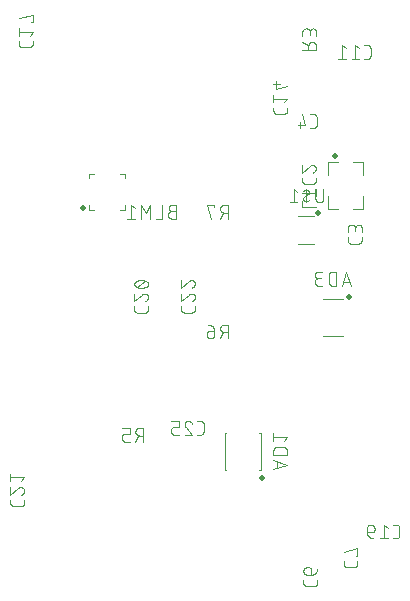
<source format=gbr>
G04 EAGLE Gerber RS-274X export*
G04 #@! %TF.Part,Single*
G04 #@! %TF.FileFunction,Legend,Bot,1*
G04 #@! %TF.FilePolarity,Positive*
G04 #@! %TF.GenerationSoftware,Autodesk,EAGLE,9.1.0*
G04 #@! %TF.CreationDate,2018-07-26T08:16:40Z*
G75*
%MOMM*%
%FSLAX34Y34*%
%LPD*%
%AMOC8*
5,1,8,0,0,1.08239X$1,22.5*%
G01*
%ADD10C,0.500000*%
%ADD11C,0.120000*%
%ADD12C,0.101600*%


D10*
X240726Y257982D03*
D11*
X239701Y264888D02*
X238226Y264888D01*
X239701Y264888D02*
X239701Y295888D01*
X238226Y295888D01*
X210176Y264888D02*
X208701Y264888D01*
X208701Y295888D01*
X210176Y295888D01*
D12*
X250084Y265007D02*
X261768Y268902D01*
X250084Y272796D01*
X253005Y271823D02*
X253005Y265981D01*
X250084Y277467D02*
X261768Y277467D01*
X261768Y280713D01*
X261766Y280826D01*
X261760Y280939D01*
X261750Y281052D01*
X261736Y281165D01*
X261719Y281277D01*
X261697Y281388D01*
X261672Y281498D01*
X261642Y281608D01*
X261609Y281716D01*
X261572Y281823D01*
X261532Y281929D01*
X261487Y282033D01*
X261439Y282136D01*
X261388Y282237D01*
X261333Y282336D01*
X261275Y282433D01*
X261213Y282528D01*
X261148Y282621D01*
X261080Y282711D01*
X261009Y282799D01*
X260934Y282885D01*
X260857Y282968D01*
X260777Y283048D01*
X260694Y283125D01*
X260608Y283200D01*
X260520Y283271D01*
X260430Y283339D01*
X260337Y283404D01*
X260242Y283466D01*
X260145Y283524D01*
X260046Y283579D01*
X259945Y283630D01*
X259842Y283678D01*
X259738Y283723D01*
X259632Y283763D01*
X259525Y283800D01*
X259417Y283833D01*
X259307Y283863D01*
X259197Y283888D01*
X259086Y283910D01*
X258974Y283927D01*
X258861Y283941D01*
X258748Y283951D01*
X258635Y283957D01*
X258522Y283959D01*
X258522Y283958D02*
X253329Y283958D01*
X253329Y283959D02*
X253216Y283957D01*
X253103Y283951D01*
X252990Y283941D01*
X252877Y283927D01*
X252765Y283910D01*
X252654Y283888D01*
X252544Y283863D01*
X252434Y283833D01*
X252326Y283800D01*
X252219Y283763D01*
X252113Y283723D01*
X252009Y283678D01*
X251906Y283630D01*
X251805Y283579D01*
X251706Y283524D01*
X251609Y283466D01*
X251514Y283404D01*
X251421Y283339D01*
X251331Y283271D01*
X251243Y283200D01*
X251157Y283125D01*
X251074Y283048D01*
X250994Y282968D01*
X250917Y282885D01*
X250842Y282799D01*
X250771Y282711D01*
X250703Y282621D01*
X250638Y282528D01*
X250576Y282433D01*
X250518Y282336D01*
X250463Y282237D01*
X250412Y282136D01*
X250364Y282033D01*
X250319Y281929D01*
X250279Y281823D01*
X250242Y281716D01*
X250209Y281608D01*
X250179Y281498D01*
X250154Y281388D01*
X250132Y281277D01*
X250115Y281165D01*
X250101Y281052D01*
X250091Y280939D01*
X250085Y280826D01*
X250083Y280713D01*
X250084Y280713D02*
X250084Y277467D01*
X259171Y289278D02*
X261768Y292524D01*
X250084Y292524D01*
X250084Y295769D02*
X250084Y289278D01*
D10*
X313944Y411243D03*
D11*
X308906Y409343D02*
X291906Y409343D01*
X291906Y378093D02*
X308906Y378093D01*
D12*
X315787Y420601D02*
X311892Y432285D01*
X307998Y420601D01*
X308971Y423522D02*
X314813Y423522D01*
X303327Y420601D02*
X303327Y432285D01*
X300081Y432285D01*
X300081Y432286D02*
X299968Y432284D01*
X299855Y432278D01*
X299742Y432268D01*
X299629Y432254D01*
X299517Y432237D01*
X299406Y432215D01*
X299296Y432190D01*
X299186Y432160D01*
X299078Y432127D01*
X298971Y432090D01*
X298865Y432050D01*
X298761Y432005D01*
X298658Y431957D01*
X298557Y431906D01*
X298458Y431851D01*
X298361Y431793D01*
X298266Y431731D01*
X298173Y431666D01*
X298083Y431598D01*
X297995Y431527D01*
X297909Y431452D01*
X297826Y431375D01*
X297746Y431295D01*
X297669Y431212D01*
X297594Y431126D01*
X297523Y431038D01*
X297455Y430948D01*
X297390Y430855D01*
X297328Y430760D01*
X297270Y430663D01*
X297215Y430564D01*
X297164Y430463D01*
X297116Y430360D01*
X297071Y430256D01*
X297031Y430150D01*
X296994Y430043D01*
X296961Y429935D01*
X296931Y429825D01*
X296906Y429715D01*
X296884Y429604D01*
X296867Y429492D01*
X296853Y429379D01*
X296843Y429266D01*
X296837Y429153D01*
X296835Y429040D01*
X296836Y429040D02*
X296836Y423847D01*
X296835Y423847D02*
X296837Y423734D01*
X296843Y423621D01*
X296853Y423508D01*
X296867Y423395D01*
X296884Y423283D01*
X296906Y423172D01*
X296931Y423062D01*
X296961Y422952D01*
X296994Y422844D01*
X297031Y422737D01*
X297071Y422631D01*
X297116Y422527D01*
X297164Y422424D01*
X297215Y422323D01*
X297270Y422224D01*
X297328Y422127D01*
X297390Y422032D01*
X297455Y421939D01*
X297523Y421849D01*
X297594Y421761D01*
X297669Y421675D01*
X297746Y421592D01*
X297826Y421512D01*
X297909Y421435D01*
X297995Y421360D01*
X298083Y421289D01*
X298173Y421221D01*
X298266Y421156D01*
X298361Y421094D01*
X298458Y421036D01*
X298557Y420981D01*
X298658Y420930D01*
X298761Y420882D01*
X298865Y420837D01*
X298971Y420797D01*
X299078Y420760D01*
X299186Y420727D01*
X299296Y420697D01*
X299406Y420672D01*
X299517Y420650D01*
X299629Y420633D01*
X299742Y420619D01*
X299855Y420609D01*
X299968Y420603D01*
X300081Y420601D01*
X303327Y420601D01*
X291516Y420601D02*
X288270Y420601D01*
X288157Y420603D01*
X288044Y420609D01*
X287931Y420619D01*
X287818Y420633D01*
X287706Y420650D01*
X287595Y420672D01*
X287485Y420697D01*
X287375Y420727D01*
X287267Y420760D01*
X287160Y420797D01*
X287054Y420837D01*
X286950Y420882D01*
X286847Y420930D01*
X286746Y420981D01*
X286647Y421036D01*
X286550Y421094D01*
X286455Y421156D01*
X286362Y421221D01*
X286272Y421289D01*
X286184Y421360D01*
X286098Y421435D01*
X286015Y421512D01*
X285935Y421592D01*
X285858Y421675D01*
X285783Y421761D01*
X285712Y421849D01*
X285644Y421939D01*
X285579Y422032D01*
X285517Y422127D01*
X285459Y422224D01*
X285404Y422323D01*
X285353Y422424D01*
X285305Y422527D01*
X285260Y422631D01*
X285220Y422737D01*
X285183Y422844D01*
X285150Y422952D01*
X285120Y423062D01*
X285095Y423172D01*
X285073Y423283D01*
X285056Y423395D01*
X285042Y423508D01*
X285032Y423621D01*
X285026Y423734D01*
X285024Y423847D01*
X285026Y423960D01*
X285032Y424073D01*
X285042Y424186D01*
X285056Y424299D01*
X285073Y424411D01*
X285095Y424522D01*
X285120Y424632D01*
X285150Y424742D01*
X285183Y424850D01*
X285220Y424957D01*
X285260Y425063D01*
X285305Y425167D01*
X285353Y425270D01*
X285404Y425371D01*
X285459Y425470D01*
X285517Y425567D01*
X285579Y425662D01*
X285644Y425755D01*
X285712Y425845D01*
X285783Y425933D01*
X285858Y426019D01*
X285935Y426102D01*
X286015Y426182D01*
X286098Y426259D01*
X286184Y426334D01*
X286272Y426405D01*
X286362Y426473D01*
X286455Y426538D01*
X286550Y426600D01*
X286647Y426658D01*
X286746Y426713D01*
X286847Y426764D01*
X286950Y426812D01*
X287054Y426857D01*
X287160Y426897D01*
X287267Y426934D01*
X287375Y426967D01*
X287485Y426997D01*
X287595Y427022D01*
X287706Y427044D01*
X287818Y427061D01*
X287931Y427075D01*
X288044Y427085D01*
X288157Y427091D01*
X288270Y427093D01*
X287621Y432285D02*
X291516Y432285D01*
X287621Y432285D02*
X287520Y432283D01*
X287420Y432277D01*
X287320Y432267D01*
X287220Y432254D01*
X287121Y432236D01*
X287022Y432215D01*
X286925Y432190D01*
X286828Y432161D01*
X286733Y432128D01*
X286639Y432092D01*
X286547Y432052D01*
X286456Y432009D01*
X286367Y431962D01*
X286280Y431912D01*
X286194Y431858D01*
X286111Y431801D01*
X286031Y431741D01*
X285952Y431678D01*
X285876Y431611D01*
X285803Y431542D01*
X285733Y431470D01*
X285665Y431396D01*
X285600Y431319D01*
X285539Y431239D01*
X285480Y431157D01*
X285425Y431073D01*
X285373Y430987D01*
X285324Y430899D01*
X285279Y430809D01*
X285237Y430717D01*
X285199Y430624D01*
X285165Y430529D01*
X285134Y430434D01*
X285107Y430337D01*
X285084Y430239D01*
X285064Y430140D01*
X285049Y430040D01*
X285037Y429940D01*
X285029Y429840D01*
X285025Y429739D01*
X285025Y429639D01*
X285029Y429538D01*
X285037Y429438D01*
X285049Y429338D01*
X285064Y429238D01*
X285084Y429139D01*
X285107Y429041D01*
X285134Y428944D01*
X285165Y428849D01*
X285199Y428754D01*
X285237Y428661D01*
X285279Y428569D01*
X285324Y428479D01*
X285373Y428391D01*
X285425Y428305D01*
X285480Y428221D01*
X285539Y428139D01*
X285600Y428059D01*
X285665Y427982D01*
X285733Y427908D01*
X285803Y427836D01*
X285876Y427767D01*
X285952Y427700D01*
X286031Y427637D01*
X286111Y427577D01*
X286194Y427520D01*
X286280Y427466D01*
X286367Y427416D01*
X286456Y427369D01*
X286547Y427326D01*
X286639Y427286D01*
X286733Y427250D01*
X286828Y427217D01*
X286925Y427188D01*
X287022Y427163D01*
X287121Y427142D01*
X287220Y427124D01*
X287320Y427111D01*
X287420Y427101D01*
X287520Y427095D01*
X287621Y427093D01*
X287621Y427092D02*
X290218Y427092D01*
X167191Y483822D02*
X163946Y483822D01*
X163946Y483823D02*
X163833Y483821D01*
X163720Y483815D01*
X163607Y483805D01*
X163494Y483791D01*
X163382Y483774D01*
X163271Y483752D01*
X163161Y483727D01*
X163051Y483697D01*
X162943Y483664D01*
X162836Y483627D01*
X162730Y483587D01*
X162626Y483542D01*
X162523Y483494D01*
X162422Y483443D01*
X162323Y483388D01*
X162226Y483330D01*
X162131Y483268D01*
X162038Y483203D01*
X161948Y483135D01*
X161860Y483064D01*
X161774Y482989D01*
X161691Y482912D01*
X161611Y482832D01*
X161534Y482749D01*
X161459Y482663D01*
X161388Y482575D01*
X161320Y482485D01*
X161255Y482392D01*
X161193Y482297D01*
X161135Y482200D01*
X161080Y482101D01*
X161029Y482000D01*
X160981Y481897D01*
X160936Y481793D01*
X160896Y481687D01*
X160859Y481580D01*
X160826Y481472D01*
X160796Y481362D01*
X160771Y481252D01*
X160749Y481141D01*
X160732Y481029D01*
X160718Y480916D01*
X160708Y480803D01*
X160702Y480690D01*
X160700Y480577D01*
X160702Y480464D01*
X160708Y480351D01*
X160718Y480238D01*
X160732Y480125D01*
X160749Y480013D01*
X160771Y479902D01*
X160796Y479792D01*
X160826Y479682D01*
X160859Y479574D01*
X160896Y479467D01*
X160936Y479361D01*
X160981Y479257D01*
X161029Y479154D01*
X161080Y479053D01*
X161135Y478954D01*
X161193Y478857D01*
X161255Y478762D01*
X161320Y478669D01*
X161388Y478579D01*
X161459Y478491D01*
X161534Y478405D01*
X161611Y478322D01*
X161691Y478242D01*
X161774Y478165D01*
X161860Y478090D01*
X161948Y478019D01*
X162038Y477951D01*
X162131Y477886D01*
X162226Y477824D01*
X162323Y477766D01*
X162422Y477711D01*
X162523Y477660D01*
X162626Y477612D01*
X162730Y477567D01*
X162836Y477527D01*
X162943Y477490D01*
X163051Y477457D01*
X163161Y477427D01*
X163271Y477402D01*
X163382Y477380D01*
X163494Y477363D01*
X163607Y477349D01*
X163720Y477339D01*
X163833Y477333D01*
X163946Y477331D01*
X167191Y477331D01*
X167191Y489015D01*
X163946Y489015D01*
X163845Y489013D01*
X163745Y489007D01*
X163645Y488997D01*
X163545Y488984D01*
X163446Y488966D01*
X163347Y488945D01*
X163250Y488920D01*
X163153Y488891D01*
X163058Y488858D01*
X162964Y488822D01*
X162872Y488782D01*
X162781Y488739D01*
X162692Y488692D01*
X162605Y488642D01*
X162519Y488588D01*
X162436Y488531D01*
X162356Y488471D01*
X162277Y488408D01*
X162201Y488341D01*
X162128Y488272D01*
X162058Y488200D01*
X161990Y488126D01*
X161925Y488049D01*
X161864Y487969D01*
X161805Y487887D01*
X161750Y487803D01*
X161698Y487717D01*
X161649Y487629D01*
X161604Y487539D01*
X161562Y487447D01*
X161524Y487354D01*
X161490Y487259D01*
X161459Y487164D01*
X161432Y487067D01*
X161409Y486969D01*
X161389Y486870D01*
X161374Y486770D01*
X161362Y486670D01*
X161354Y486570D01*
X161350Y486469D01*
X161350Y486369D01*
X161354Y486268D01*
X161362Y486168D01*
X161374Y486068D01*
X161389Y485968D01*
X161409Y485869D01*
X161432Y485771D01*
X161459Y485674D01*
X161490Y485579D01*
X161524Y485484D01*
X161562Y485391D01*
X161604Y485299D01*
X161649Y485209D01*
X161698Y485121D01*
X161750Y485035D01*
X161805Y484951D01*
X161864Y484869D01*
X161925Y484789D01*
X161990Y484712D01*
X162058Y484638D01*
X162128Y484566D01*
X162201Y484497D01*
X162277Y484430D01*
X162356Y484367D01*
X162436Y484307D01*
X162519Y484250D01*
X162605Y484196D01*
X162692Y484146D01*
X162781Y484099D01*
X162872Y484056D01*
X162964Y484016D01*
X163058Y483980D01*
X163153Y483947D01*
X163250Y483918D01*
X163347Y483893D01*
X163446Y483872D01*
X163545Y483854D01*
X163645Y483841D01*
X163745Y483831D01*
X163845Y483825D01*
X163946Y483823D01*
X155908Y489015D02*
X155908Y477331D01*
X150715Y477331D01*
X145912Y477331D02*
X145912Y489015D01*
X142017Y482524D01*
X138123Y489015D01*
X138123Y477331D01*
X132690Y486419D02*
X129444Y489015D01*
X129444Y477331D01*
X126199Y477331D02*
X132690Y477331D01*
X327083Y612510D02*
X329680Y612510D01*
X329680Y612511D02*
X329779Y612513D01*
X329879Y612519D01*
X329978Y612528D01*
X330076Y612541D01*
X330174Y612558D01*
X330272Y612579D01*
X330368Y612604D01*
X330463Y612632D01*
X330557Y612664D01*
X330650Y612699D01*
X330742Y612738D01*
X330832Y612781D01*
X330920Y612826D01*
X331007Y612876D01*
X331091Y612928D01*
X331174Y612984D01*
X331254Y613042D01*
X331332Y613104D01*
X331407Y613169D01*
X331480Y613237D01*
X331550Y613307D01*
X331618Y613380D01*
X331683Y613455D01*
X331745Y613533D01*
X331803Y613613D01*
X331859Y613696D01*
X331911Y613780D01*
X331961Y613867D01*
X332006Y613955D01*
X332049Y614045D01*
X332088Y614137D01*
X332123Y614230D01*
X332155Y614324D01*
X332183Y614419D01*
X332208Y614515D01*
X332229Y614613D01*
X332246Y614711D01*
X332259Y614809D01*
X332268Y614908D01*
X332274Y615008D01*
X332276Y615107D01*
X332276Y621598D01*
X332274Y621697D01*
X332268Y621797D01*
X332259Y621896D01*
X332246Y621994D01*
X332229Y622092D01*
X332208Y622190D01*
X332183Y622286D01*
X332155Y622381D01*
X332123Y622475D01*
X332088Y622568D01*
X332049Y622660D01*
X332006Y622750D01*
X331961Y622838D01*
X331911Y622925D01*
X331859Y623009D01*
X331803Y623092D01*
X331745Y623172D01*
X331683Y623250D01*
X331618Y623325D01*
X331550Y623398D01*
X331480Y623468D01*
X331407Y623536D01*
X331332Y623601D01*
X331254Y623663D01*
X331174Y623721D01*
X331091Y623777D01*
X331007Y623829D01*
X330920Y623879D01*
X330832Y623924D01*
X330742Y623967D01*
X330650Y624006D01*
X330557Y624041D01*
X330463Y624073D01*
X330368Y624101D01*
X330272Y624126D01*
X330174Y624147D01*
X330076Y624164D01*
X329978Y624177D01*
X329879Y624186D01*
X329779Y624192D01*
X329680Y624194D01*
X327083Y624194D01*
X322718Y621598D02*
X319472Y624194D01*
X319472Y612510D01*
X316227Y612510D02*
X322718Y612510D01*
X311288Y621598D02*
X308042Y624194D01*
X308042Y612510D01*
X304797Y612510D02*
X311288Y612510D01*
X250046Y571352D02*
X250046Y568756D01*
X250048Y568657D01*
X250054Y568557D01*
X250063Y568458D01*
X250076Y568360D01*
X250093Y568262D01*
X250114Y568164D01*
X250139Y568068D01*
X250167Y567973D01*
X250199Y567879D01*
X250234Y567786D01*
X250273Y567694D01*
X250316Y567604D01*
X250361Y567516D01*
X250411Y567429D01*
X250463Y567345D01*
X250519Y567262D01*
X250577Y567182D01*
X250639Y567104D01*
X250704Y567029D01*
X250772Y566956D01*
X250842Y566886D01*
X250915Y566818D01*
X250990Y566753D01*
X251068Y566691D01*
X251148Y566633D01*
X251231Y566577D01*
X251315Y566525D01*
X251402Y566475D01*
X251490Y566430D01*
X251580Y566387D01*
X251672Y566348D01*
X251765Y566313D01*
X251859Y566281D01*
X251954Y566253D01*
X252050Y566228D01*
X252148Y566207D01*
X252246Y566190D01*
X252344Y566177D01*
X252443Y566168D01*
X252543Y566162D01*
X252642Y566160D01*
X252642Y566159D02*
X259133Y566159D01*
X259133Y566160D02*
X259232Y566162D01*
X259332Y566168D01*
X259431Y566177D01*
X259529Y566190D01*
X259627Y566207D01*
X259725Y566228D01*
X259821Y566253D01*
X259916Y566281D01*
X260010Y566313D01*
X260103Y566348D01*
X260195Y566387D01*
X260285Y566430D01*
X260373Y566475D01*
X260460Y566525D01*
X260544Y566577D01*
X260627Y566633D01*
X260707Y566691D01*
X260785Y566753D01*
X260860Y566818D01*
X260933Y566886D01*
X261003Y566956D01*
X261071Y567029D01*
X261136Y567104D01*
X261198Y567182D01*
X261256Y567262D01*
X261312Y567345D01*
X261364Y567429D01*
X261414Y567516D01*
X261459Y567604D01*
X261502Y567694D01*
X261541Y567786D01*
X261576Y567878D01*
X261608Y567973D01*
X261636Y568068D01*
X261661Y568164D01*
X261682Y568262D01*
X261699Y568360D01*
X261712Y568458D01*
X261721Y568557D01*
X261727Y568657D01*
X261729Y568756D01*
X261730Y568756D02*
X261730Y571352D01*
X259133Y575718D02*
X261730Y578963D01*
X250046Y578963D01*
X250046Y575718D02*
X250046Y582209D01*
X252642Y587148D02*
X261730Y589744D01*
X252642Y587148D02*
X252642Y593639D01*
X255238Y591691D02*
X250046Y591691D01*
X34603Y625275D02*
X34603Y627871D01*
X34604Y625275D02*
X34606Y625176D01*
X34612Y625076D01*
X34621Y624977D01*
X34634Y624879D01*
X34651Y624781D01*
X34672Y624683D01*
X34697Y624587D01*
X34725Y624492D01*
X34757Y624398D01*
X34792Y624305D01*
X34831Y624213D01*
X34874Y624123D01*
X34919Y624035D01*
X34969Y623948D01*
X35021Y623864D01*
X35077Y623781D01*
X35135Y623701D01*
X35197Y623623D01*
X35262Y623548D01*
X35330Y623475D01*
X35400Y623405D01*
X35473Y623337D01*
X35548Y623272D01*
X35626Y623210D01*
X35706Y623152D01*
X35789Y623096D01*
X35873Y623044D01*
X35960Y622994D01*
X36048Y622949D01*
X36138Y622906D01*
X36230Y622867D01*
X36323Y622832D01*
X36417Y622800D01*
X36512Y622772D01*
X36608Y622747D01*
X36706Y622726D01*
X36804Y622709D01*
X36902Y622696D01*
X37001Y622687D01*
X37101Y622681D01*
X37200Y622679D01*
X37200Y622678D02*
X43691Y622678D01*
X43691Y622679D02*
X43790Y622681D01*
X43890Y622687D01*
X43989Y622696D01*
X44087Y622709D01*
X44185Y622726D01*
X44283Y622747D01*
X44379Y622772D01*
X44474Y622800D01*
X44568Y622832D01*
X44661Y622867D01*
X44753Y622906D01*
X44843Y622949D01*
X44931Y622994D01*
X45018Y623044D01*
X45102Y623096D01*
X45185Y623152D01*
X45265Y623210D01*
X45343Y623272D01*
X45418Y623337D01*
X45491Y623405D01*
X45561Y623475D01*
X45629Y623548D01*
X45694Y623623D01*
X45756Y623701D01*
X45814Y623781D01*
X45870Y623864D01*
X45922Y623948D01*
X45972Y624035D01*
X46017Y624123D01*
X46060Y624213D01*
X46099Y624305D01*
X46134Y624397D01*
X46166Y624492D01*
X46194Y624587D01*
X46219Y624683D01*
X46240Y624781D01*
X46257Y624879D01*
X46270Y624977D01*
X46279Y625076D01*
X46285Y625176D01*
X46287Y625275D01*
X46287Y627871D01*
X43691Y632236D02*
X46287Y635482D01*
X34603Y635482D01*
X34603Y632236D02*
X34603Y638728D01*
X44989Y643666D02*
X46287Y643666D01*
X46287Y650158D01*
X34603Y646912D01*
X351526Y206577D02*
X354123Y206577D01*
X354123Y206578D02*
X354222Y206580D01*
X354322Y206586D01*
X354421Y206595D01*
X354519Y206608D01*
X354617Y206625D01*
X354715Y206646D01*
X354811Y206671D01*
X354906Y206699D01*
X355000Y206731D01*
X355093Y206766D01*
X355185Y206805D01*
X355275Y206848D01*
X355363Y206893D01*
X355450Y206943D01*
X355534Y206995D01*
X355617Y207051D01*
X355697Y207109D01*
X355775Y207171D01*
X355850Y207236D01*
X355923Y207304D01*
X355993Y207374D01*
X356061Y207447D01*
X356126Y207522D01*
X356188Y207600D01*
X356246Y207680D01*
X356302Y207763D01*
X356354Y207847D01*
X356404Y207934D01*
X356449Y208022D01*
X356492Y208112D01*
X356531Y208204D01*
X356566Y208297D01*
X356598Y208391D01*
X356626Y208486D01*
X356651Y208582D01*
X356672Y208680D01*
X356689Y208778D01*
X356702Y208876D01*
X356711Y208975D01*
X356717Y209075D01*
X356719Y209174D01*
X356719Y215665D01*
X356717Y215764D01*
X356711Y215864D01*
X356702Y215963D01*
X356689Y216061D01*
X356672Y216159D01*
X356651Y216257D01*
X356626Y216353D01*
X356598Y216448D01*
X356566Y216542D01*
X356531Y216635D01*
X356492Y216727D01*
X356449Y216817D01*
X356404Y216905D01*
X356354Y216992D01*
X356302Y217076D01*
X356246Y217159D01*
X356188Y217239D01*
X356126Y217317D01*
X356061Y217392D01*
X355993Y217465D01*
X355923Y217535D01*
X355850Y217603D01*
X355775Y217668D01*
X355697Y217730D01*
X355617Y217788D01*
X355534Y217844D01*
X355450Y217896D01*
X355363Y217946D01*
X355275Y217991D01*
X355185Y218034D01*
X355093Y218073D01*
X355000Y218108D01*
X354906Y218140D01*
X354811Y218168D01*
X354715Y218193D01*
X354617Y218214D01*
X354519Y218231D01*
X354421Y218244D01*
X354322Y218253D01*
X354222Y218259D01*
X354123Y218261D01*
X351526Y218261D01*
X347161Y215665D02*
X343916Y218261D01*
X343916Y206577D01*
X347161Y206577D02*
X340670Y206577D01*
X333135Y211770D02*
X329240Y211770D01*
X333135Y211770D02*
X333234Y211772D01*
X333334Y211778D01*
X333433Y211787D01*
X333531Y211800D01*
X333629Y211817D01*
X333727Y211838D01*
X333823Y211863D01*
X333918Y211891D01*
X334012Y211923D01*
X334105Y211958D01*
X334197Y211997D01*
X334287Y212040D01*
X334375Y212085D01*
X334462Y212135D01*
X334546Y212187D01*
X334629Y212243D01*
X334709Y212301D01*
X334787Y212363D01*
X334862Y212428D01*
X334935Y212496D01*
X335005Y212566D01*
X335073Y212639D01*
X335138Y212714D01*
X335200Y212792D01*
X335258Y212872D01*
X335314Y212955D01*
X335366Y213039D01*
X335416Y213126D01*
X335461Y213214D01*
X335504Y213304D01*
X335543Y213396D01*
X335578Y213489D01*
X335610Y213583D01*
X335638Y213678D01*
X335663Y213774D01*
X335684Y213872D01*
X335701Y213970D01*
X335714Y214068D01*
X335723Y214167D01*
X335729Y214267D01*
X335731Y214366D01*
X335731Y215016D01*
X335732Y215016D02*
X335730Y215129D01*
X335724Y215242D01*
X335714Y215355D01*
X335700Y215468D01*
X335683Y215580D01*
X335661Y215691D01*
X335636Y215801D01*
X335606Y215911D01*
X335573Y216019D01*
X335536Y216126D01*
X335496Y216232D01*
X335451Y216336D01*
X335403Y216439D01*
X335352Y216540D01*
X335297Y216639D01*
X335239Y216736D01*
X335177Y216831D01*
X335112Y216924D01*
X335044Y217014D01*
X334973Y217102D01*
X334898Y217188D01*
X334821Y217271D01*
X334741Y217351D01*
X334658Y217428D01*
X334572Y217503D01*
X334484Y217574D01*
X334394Y217642D01*
X334301Y217707D01*
X334206Y217769D01*
X334109Y217827D01*
X334010Y217882D01*
X333909Y217933D01*
X333806Y217981D01*
X333702Y218026D01*
X333596Y218066D01*
X333489Y218103D01*
X333381Y218136D01*
X333271Y218166D01*
X333161Y218191D01*
X333050Y218213D01*
X332938Y218230D01*
X332825Y218244D01*
X332712Y218254D01*
X332599Y218260D01*
X332486Y218262D01*
X332373Y218260D01*
X332260Y218254D01*
X332147Y218244D01*
X332034Y218230D01*
X331922Y218213D01*
X331811Y218191D01*
X331701Y218166D01*
X331591Y218136D01*
X331483Y218103D01*
X331376Y218066D01*
X331270Y218026D01*
X331166Y217981D01*
X331063Y217933D01*
X330962Y217882D01*
X330863Y217827D01*
X330766Y217769D01*
X330671Y217707D01*
X330578Y217642D01*
X330488Y217574D01*
X330400Y217503D01*
X330314Y217428D01*
X330231Y217351D01*
X330151Y217271D01*
X330074Y217188D01*
X329999Y217102D01*
X329928Y217014D01*
X329860Y216924D01*
X329795Y216831D01*
X329733Y216736D01*
X329675Y216639D01*
X329620Y216540D01*
X329569Y216439D01*
X329521Y216336D01*
X329476Y216232D01*
X329436Y216126D01*
X329399Y216019D01*
X329366Y215911D01*
X329336Y215801D01*
X329311Y215691D01*
X329289Y215580D01*
X329272Y215468D01*
X329258Y215355D01*
X329248Y215242D01*
X329242Y215129D01*
X329240Y215016D01*
X329240Y211770D01*
X329242Y211627D01*
X329248Y211484D01*
X329258Y211341D01*
X329272Y211199D01*
X329289Y211057D01*
X329311Y210915D01*
X329336Y210774D01*
X329366Y210634D01*
X329399Y210495D01*
X329436Y210357D01*
X329477Y210220D01*
X329521Y210084D01*
X329570Y209949D01*
X329622Y209816D01*
X329677Y209684D01*
X329737Y209554D01*
X329800Y209425D01*
X329866Y209298D01*
X329936Y209174D01*
X330009Y209051D01*
X330086Y208930D01*
X330166Y208811D01*
X330249Y208695D01*
X330335Y208580D01*
X330424Y208469D01*
X330517Y208359D01*
X330612Y208253D01*
X330711Y208149D01*
X330812Y208048D01*
X330916Y207949D01*
X331022Y207854D01*
X331132Y207761D01*
X331243Y207672D01*
X331358Y207586D01*
X331474Y207503D01*
X331593Y207423D01*
X331714Y207346D01*
X331836Y207273D01*
X331961Y207203D01*
X332088Y207137D01*
X332217Y207074D01*
X332347Y207014D01*
X332479Y206959D01*
X332612Y206907D01*
X332747Y206858D01*
X332883Y206814D01*
X333020Y206773D01*
X333158Y206736D01*
X333297Y206703D01*
X333437Y206673D01*
X333578Y206648D01*
X333720Y206626D01*
X333862Y206609D01*
X334004Y206595D01*
X334147Y206585D01*
X334290Y206579D01*
X334433Y206577D01*
X132245Y400357D02*
X132245Y402954D01*
X132245Y400357D02*
X132247Y400258D01*
X132253Y400158D01*
X132262Y400059D01*
X132275Y399961D01*
X132292Y399863D01*
X132313Y399765D01*
X132338Y399669D01*
X132366Y399574D01*
X132398Y399480D01*
X132433Y399387D01*
X132472Y399295D01*
X132515Y399205D01*
X132560Y399117D01*
X132610Y399030D01*
X132662Y398946D01*
X132718Y398863D01*
X132776Y398783D01*
X132838Y398705D01*
X132903Y398630D01*
X132971Y398557D01*
X133041Y398487D01*
X133114Y398419D01*
X133189Y398354D01*
X133267Y398292D01*
X133347Y398234D01*
X133430Y398178D01*
X133514Y398126D01*
X133601Y398076D01*
X133689Y398031D01*
X133779Y397988D01*
X133871Y397949D01*
X133964Y397914D01*
X134058Y397882D01*
X134153Y397854D01*
X134249Y397829D01*
X134347Y397808D01*
X134445Y397791D01*
X134543Y397778D01*
X134642Y397769D01*
X134742Y397763D01*
X134841Y397761D01*
X141333Y397761D01*
X141432Y397763D01*
X141532Y397769D01*
X141631Y397778D01*
X141729Y397791D01*
X141827Y397808D01*
X141925Y397829D01*
X142021Y397854D01*
X142116Y397882D01*
X142210Y397914D01*
X142303Y397949D01*
X142395Y397988D01*
X142485Y398031D01*
X142573Y398076D01*
X142660Y398126D01*
X142744Y398178D01*
X142827Y398234D01*
X142907Y398292D01*
X142985Y398354D01*
X143060Y398419D01*
X143133Y398487D01*
X143203Y398557D01*
X143271Y398630D01*
X143336Y398705D01*
X143398Y398783D01*
X143456Y398863D01*
X143512Y398946D01*
X143564Y399030D01*
X143614Y399117D01*
X143659Y399205D01*
X143702Y399295D01*
X143741Y399387D01*
X143776Y399479D01*
X143808Y399574D01*
X143836Y399669D01*
X143861Y399765D01*
X143882Y399863D01*
X143899Y399961D01*
X143912Y400059D01*
X143921Y400158D01*
X143927Y400258D01*
X143929Y400357D01*
X143929Y402954D01*
X143929Y410889D02*
X143927Y410996D01*
X143921Y411102D01*
X143911Y411208D01*
X143898Y411314D01*
X143880Y411420D01*
X143859Y411524D01*
X143834Y411628D01*
X143805Y411731D01*
X143773Y411832D01*
X143736Y411932D01*
X143696Y412031D01*
X143653Y412129D01*
X143606Y412225D01*
X143555Y412319D01*
X143501Y412411D01*
X143444Y412501D01*
X143384Y412589D01*
X143320Y412674D01*
X143253Y412757D01*
X143183Y412838D01*
X143111Y412916D01*
X143035Y412992D01*
X142957Y413064D01*
X142876Y413134D01*
X142793Y413201D01*
X142708Y413265D01*
X142620Y413325D01*
X142530Y413382D01*
X142438Y413436D01*
X142344Y413487D01*
X142248Y413534D01*
X142150Y413577D01*
X142051Y413617D01*
X141951Y413654D01*
X141850Y413686D01*
X141747Y413715D01*
X141643Y413740D01*
X141539Y413761D01*
X141433Y413779D01*
X141327Y413792D01*
X141221Y413802D01*
X141115Y413808D01*
X141008Y413810D01*
X143929Y410889D02*
X143927Y410768D01*
X143921Y410647D01*
X143911Y410527D01*
X143898Y410406D01*
X143880Y410287D01*
X143859Y410167D01*
X143834Y410049D01*
X143805Y409932D01*
X143772Y409815D01*
X143736Y409700D01*
X143695Y409586D01*
X143652Y409473D01*
X143604Y409361D01*
X143553Y409252D01*
X143498Y409144D01*
X143440Y409037D01*
X143379Y408933D01*
X143314Y408831D01*
X143246Y408731D01*
X143175Y408633D01*
X143101Y408537D01*
X143024Y408444D01*
X142943Y408354D01*
X142860Y408266D01*
X142774Y408181D01*
X142685Y408098D01*
X142594Y408019D01*
X142500Y407942D01*
X142404Y407869D01*
X142306Y407799D01*
X142205Y407732D01*
X142102Y407668D01*
X141997Y407608D01*
X141890Y407551D01*
X141782Y407497D01*
X141672Y407447D01*
X141560Y407401D01*
X141447Y407358D01*
X141332Y407319D01*
X138736Y412837D02*
X138813Y412916D01*
X138894Y412992D01*
X138977Y413065D01*
X139062Y413135D01*
X139150Y413202D01*
X139240Y413266D01*
X139332Y413326D01*
X139427Y413383D01*
X139523Y413437D01*
X139621Y413488D01*
X139721Y413535D01*
X139823Y413579D01*
X139926Y413619D01*
X140030Y413655D01*
X140136Y413687D01*
X140242Y413716D01*
X140350Y413741D01*
X140458Y413763D01*
X140568Y413780D01*
X140677Y413794D01*
X140787Y413803D01*
X140898Y413809D01*
X141008Y413811D01*
X138736Y412837D02*
X132245Y407319D01*
X132245Y413810D01*
X138087Y418750D02*
X138317Y418753D01*
X138547Y418761D01*
X138776Y418775D01*
X139005Y418794D01*
X139234Y418819D01*
X139461Y418849D01*
X139689Y418884D01*
X139915Y418925D01*
X140140Y418971D01*
X140364Y419023D01*
X140586Y419080D01*
X140808Y419142D01*
X141027Y419210D01*
X141245Y419283D01*
X141462Y419361D01*
X141676Y419444D01*
X141888Y419532D01*
X142098Y419625D01*
X142306Y419724D01*
X142306Y419723D02*
X142396Y419756D01*
X142485Y419792D01*
X142573Y419832D01*
X142658Y419876D01*
X142742Y419923D01*
X142824Y419973D01*
X142904Y420027D01*
X142981Y420083D01*
X143057Y420143D01*
X143130Y420206D01*
X143200Y420271D01*
X143268Y420340D01*
X143332Y420411D01*
X143394Y420484D01*
X143453Y420560D01*
X143509Y420638D01*
X143562Y420719D01*
X143611Y420801D01*
X143657Y420885D01*
X143700Y420972D01*
X143739Y421059D01*
X143775Y421149D01*
X143807Y421239D01*
X143835Y421331D01*
X143860Y421424D01*
X143881Y421518D01*
X143898Y421612D01*
X143912Y421707D01*
X143921Y421803D01*
X143927Y421899D01*
X143929Y421995D01*
X143927Y422091D01*
X143921Y422187D01*
X143912Y422283D01*
X143898Y422378D01*
X143881Y422472D01*
X143860Y422566D01*
X143835Y422659D01*
X143807Y422751D01*
X143775Y422841D01*
X143739Y422931D01*
X143700Y423018D01*
X143657Y423105D01*
X143611Y423189D01*
X143562Y423271D01*
X143509Y423352D01*
X143453Y423430D01*
X143394Y423506D01*
X143332Y423579D01*
X143268Y423650D01*
X143200Y423719D01*
X143130Y423784D01*
X143057Y423847D01*
X142981Y423907D01*
X142904Y423963D01*
X142824Y424017D01*
X142742Y424067D01*
X142658Y424114D01*
X142573Y424158D01*
X142485Y424198D01*
X142396Y424234D01*
X142306Y424267D01*
X142099Y424366D01*
X141889Y424459D01*
X141676Y424547D01*
X141462Y424630D01*
X141246Y424708D01*
X141028Y424781D01*
X140808Y424849D01*
X140587Y424911D01*
X140364Y424968D01*
X140140Y425020D01*
X139915Y425066D01*
X139689Y425107D01*
X139462Y425142D01*
X139234Y425172D01*
X139005Y425197D01*
X138776Y425216D01*
X138547Y425230D01*
X138317Y425238D01*
X138087Y425241D01*
X138087Y418749D02*
X137857Y418752D01*
X137627Y418760D01*
X137398Y418774D01*
X137169Y418793D01*
X136940Y418818D01*
X136712Y418848D01*
X136485Y418883D01*
X136259Y418924D01*
X136034Y418970D01*
X135810Y419022D01*
X135587Y419079D01*
X135366Y419141D01*
X135146Y419209D01*
X134928Y419282D01*
X134712Y419360D01*
X134498Y419443D01*
X134286Y419531D01*
X134075Y419624D01*
X133868Y419723D01*
X133778Y419756D01*
X133689Y419792D01*
X133601Y419833D01*
X133516Y419876D01*
X133432Y419923D01*
X133350Y419973D01*
X133270Y420027D01*
X133193Y420083D01*
X133117Y420143D01*
X133044Y420206D01*
X132974Y420271D01*
X132906Y420340D01*
X132842Y420411D01*
X132780Y420484D01*
X132721Y420560D01*
X132665Y420638D01*
X132612Y420719D01*
X132563Y420801D01*
X132517Y420885D01*
X132474Y420972D01*
X132435Y421059D01*
X132399Y421149D01*
X132367Y421239D01*
X132339Y421331D01*
X132314Y421424D01*
X132293Y421518D01*
X132276Y421612D01*
X132262Y421707D01*
X132253Y421803D01*
X132247Y421899D01*
X132245Y421995D01*
X133868Y424267D02*
X134075Y424366D01*
X134286Y424459D01*
X134498Y424547D01*
X134712Y424630D01*
X134928Y424708D01*
X135146Y424781D01*
X135366Y424849D01*
X135587Y424911D01*
X135810Y424968D01*
X136034Y425020D01*
X136259Y425066D01*
X136485Y425107D01*
X136712Y425142D01*
X136940Y425172D01*
X137169Y425197D01*
X137398Y425216D01*
X137627Y425230D01*
X137857Y425238D01*
X138087Y425241D01*
X133868Y424267D02*
X133778Y424234D01*
X133689Y424198D01*
X133601Y424158D01*
X133516Y424114D01*
X133432Y424067D01*
X133350Y424017D01*
X133270Y423963D01*
X133193Y423907D01*
X133117Y423847D01*
X133044Y423784D01*
X132974Y423719D01*
X132906Y423650D01*
X132842Y423579D01*
X132780Y423506D01*
X132721Y423430D01*
X132665Y423352D01*
X132612Y423271D01*
X132563Y423189D01*
X132517Y423105D01*
X132474Y423018D01*
X132435Y422931D01*
X132399Y422841D01*
X132367Y422751D01*
X132339Y422659D01*
X132314Y422566D01*
X132293Y422472D01*
X132276Y422378D01*
X132262Y422283D01*
X132253Y422187D01*
X132247Y422091D01*
X132245Y421995D01*
X134841Y419398D02*
X141333Y424591D01*
X27339Y239160D02*
X27339Y236564D01*
X27340Y236564D02*
X27342Y236465D01*
X27348Y236365D01*
X27357Y236266D01*
X27370Y236168D01*
X27387Y236070D01*
X27408Y235972D01*
X27433Y235876D01*
X27461Y235781D01*
X27493Y235687D01*
X27528Y235594D01*
X27567Y235502D01*
X27610Y235412D01*
X27655Y235324D01*
X27705Y235237D01*
X27757Y235153D01*
X27813Y235070D01*
X27871Y234990D01*
X27933Y234912D01*
X27998Y234837D01*
X28066Y234764D01*
X28136Y234694D01*
X28209Y234626D01*
X28284Y234561D01*
X28362Y234499D01*
X28442Y234441D01*
X28525Y234385D01*
X28609Y234333D01*
X28696Y234283D01*
X28784Y234238D01*
X28874Y234195D01*
X28966Y234156D01*
X29059Y234121D01*
X29153Y234089D01*
X29248Y234061D01*
X29344Y234036D01*
X29442Y234015D01*
X29540Y233998D01*
X29638Y233985D01*
X29737Y233976D01*
X29837Y233970D01*
X29936Y233968D01*
X36427Y233968D01*
X36526Y233970D01*
X36626Y233976D01*
X36725Y233985D01*
X36823Y233998D01*
X36921Y234015D01*
X37019Y234036D01*
X37115Y234061D01*
X37210Y234089D01*
X37304Y234121D01*
X37397Y234156D01*
X37489Y234195D01*
X37579Y234238D01*
X37667Y234283D01*
X37754Y234333D01*
X37838Y234385D01*
X37921Y234441D01*
X38001Y234499D01*
X38079Y234561D01*
X38154Y234626D01*
X38227Y234694D01*
X38297Y234764D01*
X38365Y234837D01*
X38430Y234912D01*
X38492Y234990D01*
X38550Y235070D01*
X38606Y235153D01*
X38658Y235237D01*
X38708Y235324D01*
X38753Y235412D01*
X38796Y235502D01*
X38835Y235594D01*
X38870Y235686D01*
X38902Y235781D01*
X38930Y235876D01*
X38955Y235972D01*
X38976Y236070D01*
X38993Y236168D01*
X39006Y236266D01*
X39015Y236365D01*
X39021Y236465D01*
X39023Y236564D01*
X39023Y239160D01*
X39023Y247096D02*
X39021Y247203D01*
X39015Y247309D01*
X39005Y247415D01*
X38992Y247521D01*
X38974Y247627D01*
X38953Y247731D01*
X38928Y247835D01*
X38899Y247938D01*
X38867Y248039D01*
X38830Y248139D01*
X38790Y248238D01*
X38747Y248336D01*
X38700Y248432D01*
X38649Y248526D01*
X38595Y248618D01*
X38538Y248708D01*
X38478Y248796D01*
X38414Y248881D01*
X38347Y248964D01*
X38277Y249045D01*
X38205Y249123D01*
X38129Y249199D01*
X38051Y249271D01*
X37970Y249341D01*
X37887Y249408D01*
X37802Y249472D01*
X37714Y249532D01*
X37624Y249589D01*
X37532Y249643D01*
X37438Y249694D01*
X37342Y249741D01*
X37244Y249784D01*
X37145Y249824D01*
X37045Y249861D01*
X36944Y249893D01*
X36841Y249922D01*
X36737Y249947D01*
X36633Y249968D01*
X36527Y249986D01*
X36421Y249999D01*
X36315Y250009D01*
X36209Y250015D01*
X36102Y250017D01*
X39024Y247096D02*
X39022Y246975D01*
X39016Y246854D01*
X39006Y246734D01*
X38993Y246613D01*
X38975Y246494D01*
X38954Y246374D01*
X38929Y246256D01*
X38900Y246139D01*
X38867Y246022D01*
X38831Y245907D01*
X38790Y245793D01*
X38747Y245680D01*
X38699Y245568D01*
X38648Y245459D01*
X38593Y245351D01*
X38535Y245244D01*
X38474Y245140D01*
X38409Y245038D01*
X38341Y244938D01*
X38270Y244840D01*
X38196Y244744D01*
X38119Y244651D01*
X38038Y244561D01*
X37955Y244473D01*
X37869Y244388D01*
X37780Y244305D01*
X37689Y244226D01*
X37595Y244149D01*
X37499Y244076D01*
X37401Y244006D01*
X37300Y243939D01*
X37197Y243875D01*
X37092Y243815D01*
X36985Y243758D01*
X36877Y243704D01*
X36767Y243654D01*
X36655Y243608D01*
X36542Y243565D01*
X36427Y243526D01*
X33830Y249043D02*
X33907Y249122D01*
X33988Y249198D01*
X34071Y249271D01*
X34156Y249341D01*
X34244Y249408D01*
X34334Y249472D01*
X34426Y249532D01*
X34521Y249589D01*
X34617Y249643D01*
X34715Y249694D01*
X34815Y249741D01*
X34917Y249785D01*
X35020Y249825D01*
X35124Y249861D01*
X35230Y249893D01*
X35336Y249922D01*
X35444Y249947D01*
X35552Y249969D01*
X35662Y249986D01*
X35771Y250000D01*
X35881Y250009D01*
X35992Y250015D01*
X36102Y250017D01*
X33830Y249043D02*
X27339Y243526D01*
X27339Y250017D01*
X36427Y254956D02*
X39023Y258201D01*
X27339Y258201D01*
X27339Y254956D02*
X27339Y261447D01*
X171898Y400451D02*
X171898Y403047D01*
X171899Y400451D02*
X171901Y400352D01*
X171907Y400252D01*
X171916Y400153D01*
X171929Y400055D01*
X171946Y399957D01*
X171967Y399859D01*
X171992Y399763D01*
X172020Y399668D01*
X172052Y399574D01*
X172087Y399481D01*
X172126Y399389D01*
X172169Y399299D01*
X172214Y399211D01*
X172264Y399124D01*
X172316Y399040D01*
X172372Y398957D01*
X172430Y398877D01*
X172492Y398799D01*
X172557Y398724D01*
X172625Y398651D01*
X172695Y398581D01*
X172768Y398513D01*
X172843Y398448D01*
X172921Y398386D01*
X173001Y398328D01*
X173084Y398272D01*
X173168Y398220D01*
X173255Y398170D01*
X173343Y398125D01*
X173433Y398082D01*
X173525Y398043D01*
X173618Y398008D01*
X173712Y397976D01*
X173807Y397948D01*
X173903Y397923D01*
X174001Y397902D01*
X174099Y397885D01*
X174197Y397872D01*
X174296Y397863D01*
X174396Y397857D01*
X174495Y397855D01*
X174495Y397854D02*
X180986Y397854D01*
X180986Y397855D02*
X181085Y397857D01*
X181185Y397863D01*
X181284Y397872D01*
X181382Y397885D01*
X181480Y397902D01*
X181578Y397923D01*
X181674Y397948D01*
X181769Y397976D01*
X181863Y398008D01*
X181956Y398043D01*
X182048Y398082D01*
X182138Y398125D01*
X182226Y398170D01*
X182313Y398220D01*
X182397Y398272D01*
X182480Y398328D01*
X182560Y398386D01*
X182638Y398448D01*
X182713Y398513D01*
X182786Y398581D01*
X182856Y398651D01*
X182924Y398724D01*
X182989Y398799D01*
X183051Y398877D01*
X183109Y398957D01*
X183165Y399040D01*
X183217Y399124D01*
X183267Y399211D01*
X183312Y399299D01*
X183355Y399389D01*
X183394Y399481D01*
X183429Y399573D01*
X183461Y399668D01*
X183489Y399763D01*
X183514Y399859D01*
X183535Y399957D01*
X183552Y400055D01*
X183565Y400153D01*
X183574Y400252D01*
X183580Y400352D01*
X183582Y400451D01*
X183582Y403047D01*
X183582Y410983D02*
X183580Y411090D01*
X183574Y411196D01*
X183564Y411302D01*
X183551Y411408D01*
X183533Y411514D01*
X183512Y411618D01*
X183487Y411722D01*
X183458Y411825D01*
X183426Y411926D01*
X183389Y412026D01*
X183349Y412125D01*
X183306Y412223D01*
X183259Y412319D01*
X183208Y412413D01*
X183154Y412505D01*
X183097Y412595D01*
X183037Y412683D01*
X182973Y412768D01*
X182906Y412851D01*
X182836Y412932D01*
X182764Y413010D01*
X182688Y413086D01*
X182610Y413158D01*
X182529Y413228D01*
X182446Y413295D01*
X182361Y413359D01*
X182273Y413419D01*
X182183Y413476D01*
X182091Y413530D01*
X181997Y413581D01*
X181901Y413628D01*
X181803Y413671D01*
X181704Y413711D01*
X181604Y413748D01*
X181503Y413780D01*
X181400Y413809D01*
X181296Y413834D01*
X181192Y413855D01*
X181086Y413873D01*
X180980Y413886D01*
X180874Y413896D01*
X180768Y413902D01*
X180661Y413904D01*
X183583Y410983D02*
X183581Y410862D01*
X183575Y410741D01*
X183565Y410621D01*
X183552Y410500D01*
X183534Y410381D01*
X183513Y410261D01*
X183488Y410143D01*
X183459Y410026D01*
X183426Y409909D01*
X183390Y409794D01*
X183349Y409680D01*
X183306Y409567D01*
X183258Y409455D01*
X183207Y409346D01*
X183152Y409238D01*
X183094Y409131D01*
X183033Y409027D01*
X182968Y408925D01*
X182900Y408825D01*
X182829Y408727D01*
X182755Y408631D01*
X182678Y408538D01*
X182597Y408448D01*
X182514Y408360D01*
X182428Y408275D01*
X182339Y408192D01*
X182248Y408113D01*
X182154Y408036D01*
X182058Y407963D01*
X181960Y407893D01*
X181859Y407826D01*
X181756Y407762D01*
X181651Y407702D01*
X181544Y407645D01*
X181436Y407591D01*
X181326Y407541D01*
X181214Y407495D01*
X181101Y407452D01*
X180986Y407413D01*
X178389Y412930D02*
X178466Y413009D01*
X178547Y413085D01*
X178630Y413158D01*
X178715Y413228D01*
X178803Y413295D01*
X178893Y413359D01*
X178985Y413419D01*
X179080Y413476D01*
X179176Y413530D01*
X179274Y413581D01*
X179374Y413628D01*
X179476Y413672D01*
X179579Y413712D01*
X179683Y413748D01*
X179789Y413780D01*
X179895Y413809D01*
X180003Y413834D01*
X180111Y413856D01*
X180221Y413873D01*
X180330Y413887D01*
X180440Y413896D01*
X180551Y413902D01*
X180661Y413904D01*
X178390Y412930D02*
X171898Y407412D01*
X171898Y413904D01*
X180661Y425333D02*
X180768Y425331D01*
X180874Y425325D01*
X180980Y425315D01*
X181086Y425302D01*
X181192Y425284D01*
X181296Y425263D01*
X181400Y425238D01*
X181503Y425209D01*
X181604Y425177D01*
X181704Y425140D01*
X181803Y425100D01*
X181901Y425057D01*
X181997Y425010D01*
X182091Y424959D01*
X182183Y424905D01*
X182273Y424848D01*
X182361Y424788D01*
X182446Y424724D01*
X182529Y424657D01*
X182610Y424587D01*
X182688Y424515D01*
X182764Y424439D01*
X182836Y424361D01*
X182906Y424280D01*
X182973Y424197D01*
X183037Y424112D01*
X183097Y424024D01*
X183154Y423934D01*
X183208Y423842D01*
X183259Y423748D01*
X183306Y423652D01*
X183349Y423554D01*
X183389Y423455D01*
X183426Y423355D01*
X183458Y423254D01*
X183487Y423151D01*
X183512Y423047D01*
X183533Y422943D01*
X183551Y422837D01*
X183564Y422731D01*
X183574Y422625D01*
X183580Y422519D01*
X183582Y422412D01*
X183583Y422412D02*
X183581Y422291D01*
X183575Y422170D01*
X183565Y422050D01*
X183552Y421929D01*
X183534Y421810D01*
X183513Y421690D01*
X183488Y421572D01*
X183459Y421455D01*
X183426Y421338D01*
X183390Y421223D01*
X183349Y421109D01*
X183306Y420996D01*
X183258Y420884D01*
X183207Y420775D01*
X183152Y420667D01*
X183094Y420560D01*
X183033Y420456D01*
X182968Y420354D01*
X182900Y420254D01*
X182829Y420156D01*
X182755Y420060D01*
X182678Y419967D01*
X182597Y419877D01*
X182514Y419789D01*
X182428Y419704D01*
X182339Y419621D01*
X182248Y419542D01*
X182154Y419465D01*
X182058Y419392D01*
X181960Y419322D01*
X181859Y419255D01*
X181756Y419191D01*
X181651Y419131D01*
X181544Y419074D01*
X181436Y419020D01*
X181326Y418970D01*
X181214Y418924D01*
X181101Y418881D01*
X180986Y418842D01*
X178389Y424360D02*
X178466Y424439D01*
X178547Y424515D01*
X178630Y424588D01*
X178715Y424658D01*
X178803Y424725D01*
X178893Y424789D01*
X178985Y424849D01*
X179080Y424906D01*
X179176Y424960D01*
X179274Y425011D01*
X179374Y425058D01*
X179476Y425102D01*
X179579Y425142D01*
X179683Y425178D01*
X179789Y425210D01*
X179895Y425239D01*
X180003Y425264D01*
X180111Y425286D01*
X180221Y425303D01*
X180330Y425317D01*
X180440Y425326D01*
X180551Y425332D01*
X180661Y425334D01*
X178390Y424360D02*
X171898Y418842D01*
X171898Y425333D01*
X185731Y294449D02*
X188327Y294449D01*
X188426Y294451D01*
X188526Y294457D01*
X188625Y294466D01*
X188723Y294479D01*
X188821Y294496D01*
X188919Y294517D01*
X189015Y294542D01*
X189110Y294570D01*
X189204Y294602D01*
X189297Y294637D01*
X189389Y294676D01*
X189479Y294719D01*
X189567Y294764D01*
X189654Y294814D01*
X189738Y294866D01*
X189821Y294922D01*
X189901Y294980D01*
X189979Y295042D01*
X190054Y295107D01*
X190127Y295175D01*
X190197Y295245D01*
X190265Y295318D01*
X190330Y295393D01*
X190392Y295471D01*
X190450Y295551D01*
X190506Y295634D01*
X190558Y295718D01*
X190608Y295805D01*
X190653Y295893D01*
X190696Y295983D01*
X190735Y296075D01*
X190770Y296168D01*
X190802Y296262D01*
X190830Y296357D01*
X190855Y296453D01*
X190876Y296551D01*
X190893Y296649D01*
X190906Y296747D01*
X190915Y296846D01*
X190921Y296946D01*
X190923Y297045D01*
X190923Y303536D01*
X190921Y303635D01*
X190915Y303735D01*
X190906Y303834D01*
X190893Y303932D01*
X190876Y304030D01*
X190855Y304128D01*
X190830Y304224D01*
X190802Y304319D01*
X190770Y304413D01*
X190735Y304506D01*
X190696Y304598D01*
X190653Y304688D01*
X190608Y304776D01*
X190558Y304863D01*
X190506Y304947D01*
X190450Y305030D01*
X190392Y305110D01*
X190330Y305188D01*
X190265Y305263D01*
X190197Y305336D01*
X190127Y305406D01*
X190054Y305474D01*
X189979Y305539D01*
X189901Y305601D01*
X189821Y305659D01*
X189738Y305715D01*
X189654Y305767D01*
X189567Y305817D01*
X189479Y305862D01*
X189389Y305905D01*
X189297Y305944D01*
X189204Y305979D01*
X189110Y306011D01*
X189015Y306039D01*
X188919Y306064D01*
X188821Y306085D01*
X188723Y306102D01*
X188625Y306115D01*
X188526Y306124D01*
X188426Y306130D01*
X188327Y306132D01*
X188327Y306133D02*
X185731Y306133D01*
X177795Y306133D02*
X177688Y306131D01*
X177582Y306125D01*
X177476Y306115D01*
X177370Y306102D01*
X177264Y306084D01*
X177160Y306063D01*
X177056Y306038D01*
X176953Y306009D01*
X176852Y305977D01*
X176752Y305940D01*
X176653Y305900D01*
X176555Y305857D01*
X176459Y305810D01*
X176365Y305759D01*
X176273Y305705D01*
X176183Y305648D01*
X176095Y305588D01*
X176010Y305524D01*
X175927Y305457D01*
X175846Y305387D01*
X175768Y305315D01*
X175692Y305239D01*
X175620Y305161D01*
X175550Y305080D01*
X175483Y304997D01*
X175419Y304912D01*
X175359Y304824D01*
X175302Y304734D01*
X175248Y304642D01*
X175197Y304548D01*
X175150Y304452D01*
X175107Y304354D01*
X175067Y304255D01*
X175030Y304155D01*
X174998Y304054D01*
X174969Y303951D01*
X174944Y303847D01*
X174923Y303743D01*
X174905Y303637D01*
X174892Y303531D01*
X174882Y303425D01*
X174876Y303319D01*
X174874Y303212D01*
X177795Y306133D02*
X177916Y306131D01*
X178037Y306125D01*
X178157Y306115D01*
X178278Y306102D01*
X178397Y306084D01*
X178517Y306063D01*
X178635Y306038D01*
X178752Y306009D01*
X178869Y305976D01*
X178984Y305940D01*
X179098Y305899D01*
X179211Y305856D01*
X179323Y305808D01*
X179432Y305757D01*
X179540Y305702D01*
X179647Y305644D01*
X179751Y305583D01*
X179853Y305518D01*
X179953Y305450D01*
X180051Y305379D01*
X180147Y305305D01*
X180240Y305228D01*
X180330Y305147D01*
X180418Y305064D01*
X180503Y304978D01*
X180586Y304889D01*
X180665Y304798D01*
X180742Y304704D01*
X180815Y304608D01*
X180885Y304510D01*
X180952Y304409D01*
X181016Y304306D01*
X181077Y304201D01*
X181134Y304094D01*
X181187Y303986D01*
X181237Y303876D01*
X181283Y303764D01*
X181326Y303651D01*
X181365Y303536D01*
X175849Y300940D02*
X175770Y301018D01*
X175694Y301098D01*
X175621Y301181D01*
X175551Y301267D01*
X175484Y301354D01*
X175420Y301445D01*
X175360Y301537D01*
X175302Y301631D01*
X175248Y301728D01*
X175198Y301826D01*
X175151Y301926D01*
X175107Y302027D01*
X175067Y302130D01*
X175031Y302235D01*
X174999Y302340D01*
X174970Y302447D01*
X174945Y302554D01*
X174923Y302663D01*
X174906Y302772D01*
X174892Y302881D01*
X174883Y302991D01*
X174877Y303102D01*
X174875Y303212D01*
X175848Y300940D02*
X181365Y294449D01*
X174874Y294449D01*
X169935Y294449D02*
X166041Y294449D01*
X165942Y294451D01*
X165842Y294457D01*
X165743Y294466D01*
X165645Y294479D01*
X165547Y294496D01*
X165449Y294517D01*
X165353Y294542D01*
X165258Y294570D01*
X165164Y294602D01*
X165071Y294637D01*
X164979Y294676D01*
X164889Y294719D01*
X164801Y294764D01*
X164714Y294814D01*
X164630Y294866D01*
X164547Y294922D01*
X164467Y294980D01*
X164389Y295042D01*
X164314Y295107D01*
X164241Y295175D01*
X164171Y295245D01*
X164103Y295318D01*
X164038Y295393D01*
X163976Y295471D01*
X163918Y295551D01*
X163862Y295634D01*
X163810Y295718D01*
X163760Y295805D01*
X163715Y295893D01*
X163672Y295983D01*
X163633Y296075D01*
X163598Y296168D01*
X163566Y296262D01*
X163538Y296357D01*
X163513Y296453D01*
X163492Y296551D01*
X163475Y296649D01*
X163462Y296747D01*
X163453Y296846D01*
X163447Y296946D01*
X163445Y297045D01*
X163444Y297045D02*
X163444Y298344D01*
X163445Y298344D02*
X163447Y298443D01*
X163453Y298543D01*
X163462Y298642D01*
X163475Y298740D01*
X163492Y298838D01*
X163513Y298936D01*
X163538Y299032D01*
X163566Y299127D01*
X163598Y299221D01*
X163633Y299314D01*
X163672Y299406D01*
X163715Y299496D01*
X163760Y299584D01*
X163810Y299671D01*
X163862Y299755D01*
X163918Y299838D01*
X163976Y299918D01*
X164038Y299996D01*
X164103Y300071D01*
X164171Y300144D01*
X164241Y300214D01*
X164314Y300282D01*
X164389Y300347D01*
X164467Y300409D01*
X164547Y300467D01*
X164630Y300523D01*
X164714Y300575D01*
X164801Y300625D01*
X164889Y300670D01*
X164979Y300713D01*
X165071Y300752D01*
X165164Y300787D01*
X165258Y300819D01*
X165353Y300847D01*
X165449Y300872D01*
X165547Y300893D01*
X165645Y300910D01*
X165743Y300923D01*
X165842Y300932D01*
X165942Y300938D01*
X166041Y300940D01*
X169935Y300940D01*
X169935Y306133D01*
X163444Y306133D01*
X313040Y458788D02*
X313040Y461384D01*
X313041Y458788D02*
X313043Y458689D01*
X313049Y458589D01*
X313058Y458490D01*
X313071Y458392D01*
X313088Y458294D01*
X313109Y458196D01*
X313134Y458100D01*
X313162Y458005D01*
X313194Y457911D01*
X313229Y457818D01*
X313268Y457726D01*
X313311Y457636D01*
X313356Y457548D01*
X313406Y457461D01*
X313458Y457377D01*
X313514Y457294D01*
X313572Y457214D01*
X313634Y457136D01*
X313699Y457061D01*
X313767Y456988D01*
X313837Y456918D01*
X313910Y456850D01*
X313985Y456785D01*
X314063Y456723D01*
X314143Y456665D01*
X314226Y456609D01*
X314310Y456557D01*
X314397Y456507D01*
X314485Y456462D01*
X314575Y456419D01*
X314667Y456380D01*
X314760Y456345D01*
X314854Y456313D01*
X314949Y456285D01*
X315045Y456260D01*
X315143Y456239D01*
X315241Y456222D01*
X315339Y456209D01*
X315438Y456200D01*
X315538Y456194D01*
X315637Y456192D01*
X315637Y456191D02*
X322128Y456191D01*
X322128Y456192D02*
X322227Y456194D01*
X322327Y456200D01*
X322426Y456209D01*
X322524Y456222D01*
X322622Y456239D01*
X322720Y456260D01*
X322816Y456285D01*
X322911Y456313D01*
X323005Y456345D01*
X323098Y456380D01*
X323190Y456419D01*
X323280Y456462D01*
X323368Y456507D01*
X323455Y456557D01*
X323539Y456609D01*
X323622Y456665D01*
X323702Y456723D01*
X323780Y456785D01*
X323855Y456850D01*
X323928Y456918D01*
X323998Y456988D01*
X324066Y457061D01*
X324131Y457136D01*
X324193Y457214D01*
X324251Y457294D01*
X324307Y457377D01*
X324359Y457461D01*
X324409Y457548D01*
X324454Y457636D01*
X324497Y457726D01*
X324536Y457818D01*
X324571Y457910D01*
X324603Y458005D01*
X324631Y458100D01*
X324656Y458196D01*
X324677Y458294D01*
X324694Y458392D01*
X324707Y458490D01*
X324716Y458589D01*
X324722Y458689D01*
X324724Y458788D01*
X324724Y461384D01*
X313040Y465749D02*
X313040Y468995D01*
X313042Y469108D01*
X313048Y469221D01*
X313058Y469334D01*
X313072Y469447D01*
X313089Y469559D01*
X313111Y469670D01*
X313136Y469780D01*
X313166Y469890D01*
X313199Y469998D01*
X313236Y470105D01*
X313276Y470211D01*
X313321Y470315D01*
X313369Y470418D01*
X313420Y470519D01*
X313475Y470618D01*
X313533Y470715D01*
X313595Y470810D01*
X313660Y470903D01*
X313728Y470993D01*
X313799Y471081D01*
X313874Y471167D01*
X313951Y471250D01*
X314031Y471330D01*
X314114Y471407D01*
X314200Y471482D01*
X314288Y471553D01*
X314378Y471621D01*
X314471Y471686D01*
X314566Y471748D01*
X314663Y471806D01*
X314762Y471861D01*
X314863Y471912D01*
X314966Y471960D01*
X315070Y472005D01*
X315176Y472045D01*
X315283Y472082D01*
X315391Y472115D01*
X315501Y472145D01*
X315611Y472170D01*
X315722Y472192D01*
X315834Y472209D01*
X315947Y472223D01*
X316060Y472233D01*
X316173Y472239D01*
X316286Y472241D01*
X316399Y472239D01*
X316512Y472233D01*
X316625Y472223D01*
X316738Y472209D01*
X316850Y472192D01*
X316961Y472170D01*
X317071Y472145D01*
X317181Y472115D01*
X317289Y472082D01*
X317396Y472045D01*
X317502Y472005D01*
X317606Y471960D01*
X317709Y471912D01*
X317810Y471861D01*
X317909Y471806D01*
X318006Y471748D01*
X318101Y471686D01*
X318194Y471621D01*
X318284Y471553D01*
X318372Y471482D01*
X318458Y471407D01*
X318541Y471330D01*
X318621Y471250D01*
X318698Y471167D01*
X318773Y471081D01*
X318844Y470993D01*
X318912Y470903D01*
X318977Y470810D01*
X319039Y470715D01*
X319097Y470618D01*
X319152Y470519D01*
X319203Y470418D01*
X319251Y470315D01*
X319296Y470211D01*
X319336Y470105D01*
X319373Y469998D01*
X319406Y469890D01*
X319436Y469780D01*
X319461Y469670D01*
X319483Y469559D01*
X319500Y469447D01*
X319514Y469334D01*
X319524Y469221D01*
X319530Y469108D01*
X319532Y468995D01*
X324724Y469644D02*
X324724Y465749D01*
X324724Y469644D02*
X324722Y469745D01*
X324716Y469845D01*
X324706Y469945D01*
X324693Y470045D01*
X324675Y470144D01*
X324654Y470243D01*
X324629Y470340D01*
X324600Y470437D01*
X324567Y470532D01*
X324531Y470626D01*
X324491Y470718D01*
X324448Y470809D01*
X324401Y470898D01*
X324351Y470985D01*
X324297Y471071D01*
X324240Y471154D01*
X324180Y471234D01*
X324117Y471313D01*
X324050Y471389D01*
X323981Y471462D01*
X323909Y471532D01*
X323835Y471600D01*
X323758Y471665D01*
X323678Y471726D01*
X323596Y471785D01*
X323512Y471840D01*
X323426Y471892D01*
X323338Y471941D01*
X323248Y471986D01*
X323156Y472028D01*
X323063Y472066D01*
X322968Y472100D01*
X322873Y472131D01*
X322776Y472158D01*
X322678Y472181D01*
X322579Y472201D01*
X322479Y472216D01*
X322379Y472228D01*
X322279Y472236D01*
X322178Y472240D01*
X322078Y472240D01*
X321977Y472236D01*
X321877Y472228D01*
X321777Y472216D01*
X321677Y472201D01*
X321578Y472181D01*
X321480Y472158D01*
X321383Y472131D01*
X321288Y472100D01*
X321193Y472066D01*
X321100Y472028D01*
X321008Y471986D01*
X320918Y471941D01*
X320830Y471892D01*
X320744Y471840D01*
X320660Y471785D01*
X320578Y471726D01*
X320498Y471665D01*
X320421Y471600D01*
X320347Y471532D01*
X320275Y471462D01*
X320206Y471389D01*
X320139Y471313D01*
X320076Y471234D01*
X320016Y471154D01*
X319959Y471071D01*
X319905Y470985D01*
X319855Y470898D01*
X319808Y470809D01*
X319765Y470718D01*
X319725Y470626D01*
X319689Y470532D01*
X319656Y470437D01*
X319627Y470340D01*
X319602Y470243D01*
X319581Y470144D01*
X319563Y470045D01*
X319550Y469945D01*
X319540Y469845D01*
X319534Y469745D01*
X319532Y469644D01*
X319531Y469644D02*
X319531Y467048D01*
X284040Y554044D02*
X281444Y554044D01*
X284040Y554044D02*
X284139Y554046D01*
X284239Y554052D01*
X284338Y554061D01*
X284436Y554074D01*
X284534Y554091D01*
X284632Y554112D01*
X284728Y554137D01*
X284823Y554165D01*
X284917Y554197D01*
X285010Y554232D01*
X285102Y554271D01*
X285192Y554314D01*
X285280Y554359D01*
X285367Y554409D01*
X285451Y554461D01*
X285534Y554517D01*
X285614Y554575D01*
X285692Y554637D01*
X285767Y554702D01*
X285840Y554770D01*
X285910Y554840D01*
X285978Y554913D01*
X286043Y554988D01*
X286105Y555066D01*
X286163Y555146D01*
X286219Y555229D01*
X286271Y555313D01*
X286321Y555400D01*
X286366Y555488D01*
X286409Y555578D01*
X286448Y555670D01*
X286483Y555763D01*
X286515Y555857D01*
X286543Y555952D01*
X286568Y556048D01*
X286589Y556146D01*
X286606Y556244D01*
X286619Y556342D01*
X286628Y556441D01*
X286634Y556541D01*
X286636Y556640D01*
X286636Y563132D01*
X286634Y563231D01*
X286628Y563331D01*
X286619Y563430D01*
X286606Y563528D01*
X286589Y563626D01*
X286568Y563724D01*
X286543Y563820D01*
X286515Y563915D01*
X286483Y564009D01*
X286448Y564102D01*
X286409Y564194D01*
X286366Y564284D01*
X286321Y564372D01*
X286271Y564459D01*
X286219Y564543D01*
X286163Y564626D01*
X286105Y564706D01*
X286043Y564784D01*
X285978Y564859D01*
X285910Y564932D01*
X285840Y565002D01*
X285767Y565070D01*
X285692Y565135D01*
X285614Y565197D01*
X285534Y565255D01*
X285451Y565311D01*
X285367Y565363D01*
X285280Y565413D01*
X285192Y565458D01*
X285102Y565501D01*
X285010Y565540D01*
X284917Y565575D01*
X284823Y565607D01*
X284728Y565635D01*
X284632Y565660D01*
X284534Y565681D01*
X284436Y565698D01*
X284338Y565711D01*
X284239Y565720D01*
X284139Y565726D01*
X284040Y565728D01*
X281444Y565728D01*
X274482Y565728D02*
X277078Y556640D01*
X270587Y556640D01*
X272534Y559237D02*
X272534Y554044D01*
X275446Y171441D02*
X275446Y168845D01*
X275448Y168746D01*
X275454Y168646D01*
X275463Y168547D01*
X275476Y168449D01*
X275493Y168351D01*
X275514Y168253D01*
X275539Y168157D01*
X275567Y168062D01*
X275599Y167968D01*
X275634Y167875D01*
X275673Y167783D01*
X275716Y167693D01*
X275761Y167605D01*
X275811Y167518D01*
X275863Y167434D01*
X275919Y167351D01*
X275977Y167271D01*
X276039Y167193D01*
X276104Y167118D01*
X276172Y167045D01*
X276242Y166975D01*
X276315Y166907D01*
X276390Y166842D01*
X276468Y166780D01*
X276548Y166722D01*
X276631Y166666D01*
X276715Y166614D01*
X276802Y166564D01*
X276890Y166519D01*
X276980Y166476D01*
X277072Y166437D01*
X277165Y166402D01*
X277259Y166370D01*
X277354Y166342D01*
X277450Y166317D01*
X277548Y166296D01*
X277646Y166279D01*
X277744Y166266D01*
X277843Y166257D01*
X277943Y166251D01*
X278042Y166249D01*
X278042Y166248D02*
X284533Y166248D01*
X284533Y166249D02*
X284632Y166251D01*
X284732Y166257D01*
X284831Y166266D01*
X284929Y166279D01*
X285027Y166296D01*
X285125Y166317D01*
X285221Y166342D01*
X285316Y166370D01*
X285410Y166402D01*
X285503Y166437D01*
X285595Y166476D01*
X285685Y166519D01*
X285773Y166564D01*
X285860Y166614D01*
X285944Y166666D01*
X286027Y166722D01*
X286107Y166780D01*
X286185Y166842D01*
X286260Y166907D01*
X286333Y166975D01*
X286403Y167045D01*
X286471Y167118D01*
X286536Y167193D01*
X286598Y167271D01*
X286656Y167351D01*
X286712Y167434D01*
X286764Y167518D01*
X286814Y167605D01*
X286859Y167693D01*
X286902Y167783D01*
X286941Y167875D01*
X286976Y167967D01*
X287008Y168062D01*
X287036Y168157D01*
X287061Y168253D01*
X287082Y168351D01*
X287099Y168449D01*
X287112Y168547D01*
X287121Y168646D01*
X287127Y168746D01*
X287129Y168845D01*
X287130Y168845D02*
X287130Y171441D01*
X281937Y175807D02*
X281937Y179701D01*
X281936Y179701D02*
X281934Y179800D01*
X281928Y179900D01*
X281919Y179999D01*
X281906Y180097D01*
X281889Y180195D01*
X281868Y180293D01*
X281843Y180389D01*
X281815Y180484D01*
X281783Y180578D01*
X281748Y180671D01*
X281709Y180763D01*
X281666Y180853D01*
X281621Y180941D01*
X281571Y181028D01*
X281519Y181112D01*
X281463Y181195D01*
X281405Y181275D01*
X281343Y181353D01*
X281278Y181428D01*
X281210Y181501D01*
X281140Y181571D01*
X281067Y181639D01*
X280992Y181704D01*
X280914Y181766D01*
X280834Y181824D01*
X280751Y181880D01*
X280667Y181932D01*
X280580Y181982D01*
X280492Y182027D01*
X280402Y182070D01*
X280310Y182109D01*
X280217Y182144D01*
X280123Y182176D01*
X280028Y182204D01*
X279932Y182229D01*
X279834Y182250D01*
X279736Y182267D01*
X279638Y182280D01*
X279539Y182289D01*
X279439Y182295D01*
X279340Y182297D01*
X279340Y182298D02*
X278691Y182298D01*
X278578Y182296D01*
X278465Y182290D01*
X278352Y182280D01*
X278239Y182266D01*
X278127Y182249D01*
X278016Y182227D01*
X277906Y182202D01*
X277796Y182172D01*
X277688Y182139D01*
X277581Y182102D01*
X277475Y182062D01*
X277371Y182017D01*
X277268Y181969D01*
X277167Y181918D01*
X277068Y181863D01*
X276971Y181805D01*
X276876Y181743D01*
X276783Y181678D01*
X276693Y181610D01*
X276605Y181539D01*
X276519Y181464D01*
X276436Y181387D01*
X276356Y181307D01*
X276279Y181224D01*
X276204Y181138D01*
X276133Y181050D01*
X276065Y180960D01*
X276000Y180867D01*
X275938Y180772D01*
X275880Y180675D01*
X275825Y180576D01*
X275774Y180475D01*
X275726Y180372D01*
X275681Y180268D01*
X275641Y180162D01*
X275604Y180055D01*
X275571Y179947D01*
X275541Y179837D01*
X275516Y179727D01*
X275494Y179616D01*
X275477Y179504D01*
X275463Y179391D01*
X275453Y179278D01*
X275447Y179165D01*
X275445Y179052D01*
X275447Y178939D01*
X275453Y178826D01*
X275463Y178713D01*
X275477Y178600D01*
X275494Y178488D01*
X275516Y178377D01*
X275541Y178267D01*
X275571Y178157D01*
X275604Y178049D01*
X275641Y177942D01*
X275681Y177836D01*
X275726Y177732D01*
X275774Y177629D01*
X275825Y177528D01*
X275880Y177429D01*
X275938Y177332D01*
X276000Y177237D01*
X276065Y177144D01*
X276133Y177054D01*
X276204Y176966D01*
X276279Y176880D01*
X276356Y176797D01*
X276436Y176717D01*
X276519Y176640D01*
X276605Y176565D01*
X276693Y176494D01*
X276783Y176426D01*
X276876Y176361D01*
X276971Y176299D01*
X277068Y176241D01*
X277167Y176186D01*
X277268Y176135D01*
X277371Y176087D01*
X277475Y176042D01*
X277581Y176002D01*
X277688Y175965D01*
X277796Y175932D01*
X277906Y175902D01*
X278016Y175877D01*
X278127Y175855D01*
X278239Y175838D01*
X278352Y175824D01*
X278465Y175814D01*
X278578Y175808D01*
X278691Y175806D01*
X278691Y175807D02*
X281937Y175807D01*
X281937Y175806D02*
X282080Y175808D01*
X282223Y175814D01*
X282366Y175824D01*
X282508Y175838D01*
X282650Y175855D01*
X282792Y175877D01*
X282933Y175902D01*
X283073Y175932D01*
X283212Y175965D01*
X283350Y176002D01*
X283487Y176043D01*
X283623Y176087D01*
X283758Y176136D01*
X283891Y176188D01*
X284023Y176243D01*
X284153Y176303D01*
X284282Y176366D01*
X284409Y176432D01*
X284533Y176502D01*
X284656Y176575D01*
X284777Y176652D01*
X284896Y176732D01*
X285012Y176815D01*
X285127Y176901D01*
X285238Y176990D01*
X285348Y177083D01*
X285454Y177178D01*
X285558Y177277D01*
X285659Y177378D01*
X285758Y177482D01*
X285853Y177588D01*
X285946Y177698D01*
X286035Y177809D01*
X286121Y177924D01*
X286204Y178040D01*
X286284Y178159D01*
X286361Y178280D01*
X286434Y178402D01*
X286504Y178527D01*
X286570Y178654D01*
X286633Y178783D01*
X286693Y178913D01*
X286748Y179045D01*
X286800Y179178D01*
X286849Y179313D01*
X286893Y179449D01*
X286934Y179586D01*
X286971Y179724D01*
X287004Y179863D01*
X287034Y180003D01*
X287059Y180144D01*
X287081Y180286D01*
X287098Y180428D01*
X287112Y180570D01*
X287122Y180713D01*
X287128Y180856D01*
X287130Y180999D01*
X309532Y185108D02*
X309532Y187704D01*
X309533Y185108D02*
X309535Y185009D01*
X309541Y184909D01*
X309550Y184810D01*
X309563Y184712D01*
X309580Y184614D01*
X309601Y184516D01*
X309626Y184420D01*
X309654Y184325D01*
X309686Y184231D01*
X309721Y184138D01*
X309760Y184046D01*
X309803Y183956D01*
X309848Y183868D01*
X309898Y183781D01*
X309950Y183697D01*
X310006Y183614D01*
X310064Y183534D01*
X310126Y183456D01*
X310191Y183381D01*
X310259Y183308D01*
X310329Y183238D01*
X310402Y183170D01*
X310477Y183105D01*
X310555Y183043D01*
X310635Y182985D01*
X310718Y182929D01*
X310802Y182877D01*
X310889Y182827D01*
X310977Y182782D01*
X311067Y182739D01*
X311159Y182700D01*
X311252Y182665D01*
X311346Y182633D01*
X311441Y182605D01*
X311537Y182580D01*
X311635Y182559D01*
X311733Y182542D01*
X311831Y182529D01*
X311930Y182520D01*
X312030Y182514D01*
X312129Y182512D01*
X312129Y182511D02*
X318620Y182511D01*
X318620Y182512D02*
X318719Y182514D01*
X318819Y182520D01*
X318918Y182529D01*
X319016Y182542D01*
X319114Y182559D01*
X319212Y182580D01*
X319308Y182605D01*
X319403Y182633D01*
X319497Y182665D01*
X319590Y182700D01*
X319682Y182739D01*
X319772Y182782D01*
X319860Y182827D01*
X319947Y182877D01*
X320031Y182929D01*
X320114Y182985D01*
X320194Y183043D01*
X320272Y183105D01*
X320347Y183170D01*
X320420Y183238D01*
X320490Y183308D01*
X320558Y183381D01*
X320623Y183456D01*
X320685Y183534D01*
X320743Y183614D01*
X320799Y183697D01*
X320851Y183781D01*
X320901Y183868D01*
X320946Y183956D01*
X320989Y184046D01*
X321028Y184138D01*
X321063Y184230D01*
X321095Y184325D01*
X321123Y184420D01*
X321148Y184516D01*
X321169Y184614D01*
X321186Y184712D01*
X321199Y184810D01*
X321208Y184909D01*
X321214Y185009D01*
X321216Y185108D01*
X321216Y187704D01*
X321216Y192069D02*
X319918Y192069D01*
X321216Y192069D02*
X321216Y198560D01*
X309532Y195315D01*
D10*
X301983Y530136D03*
D11*
X304483Y525096D02*
X295873Y525096D01*
X295873Y513986D01*
X295873Y485096D02*
X304483Y485096D01*
X295873Y485096D02*
X295873Y496206D01*
X317263Y485096D02*
X325873Y485096D01*
X325873Y496206D01*
X325873Y525096D02*
X317263Y525096D01*
X325873Y525096D02*
X325873Y513986D01*
D12*
X285984Y487384D02*
X274300Y487384D01*
X274300Y492577D01*
X274300Y499370D02*
X285984Y499370D01*
X285984Y496125D02*
X285984Y502616D01*
X274300Y509356D02*
X274300Y511952D01*
X274300Y509356D02*
X274302Y509257D01*
X274308Y509157D01*
X274317Y509058D01*
X274330Y508960D01*
X274347Y508862D01*
X274368Y508764D01*
X274393Y508668D01*
X274421Y508573D01*
X274453Y508479D01*
X274488Y508386D01*
X274527Y508294D01*
X274570Y508204D01*
X274615Y508116D01*
X274665Y508029D01*
X274717Y507945D01*
X274773Y507862D01*
X274831Y507782D01*
X274893Y507704D01*
X274958Y507629D01*
X275026Y507556D01*
X275096Y507486D01*
X275169Y507418D01*
X275244Y507353D01*
X275322Y507291D01*
X275402Y507233D01*
X275485Y507177D01*
X275569Y507125D01*
X275656Y507075D01*
X275744Y507030D01*
X275834Y506987D01*
X275926Y506948D01*
X276019Y506913D01*
X276113Y506881D01*
X276208Y506853D01*
X276304Y506828D01*
X276402Y506807D01*
X276500Y506790D01*
X276598Y506777D01*
X276697Y506768D01*
X276797Y506762D01*
X276896Y506760D01*
X276896Y506759D02*
X283387Y506759D01*
X283387Y506760D02*
X283486Y506762D01*
X283586Y506768D01*
X283685Y506777D01*
X283783Y506790D01*
X283881Y506807D01*
X283979Y506828D01*
X284075Y506853D01*
X284170Y506881D01*
X284264Y506913D01*
X284357Y506948D01*
X284449Y506987D01*
X284539Y507030D01*
X284627Y507075D01*
X284714Y507125D01*
X284798Y507177D01*
X284881Y507233D01*
X284961Y507291D01*
X285039Y507353D01*
X285114Y507418D01*
X285187Y507486D01*
X285257Y507556D01*
X285325Y507629D01*
X285390Y507704D01*
X285452Y507782D01*
X285510Y507862D01*
X285566Y507945D01*
X285618Y508029D01*
X285668Y508116D01*
X285713Y508204D01*
X285756Y508294D01*
X285795Y508386D01*
X285830Y508478D01*
X285862Y508573D01*
X285890Y508668D01*
X285915Y508764D01*
X285936Y508862D01*
X285953Y508960D01*
X285966Y509058D01*
X285975Y509157D01*
X285981Y509257D01*
X285983Y509356D01*
X285984Y509356D02*
X285984Y511952D01*
X285984Y519888D02*
X285982Y519995D01*
X285976Y520101D01*
X285966Y520207D01*
X285953Y520313D01*
X285935Y520419D01*
X285914Y520523D01*
X285889Y520627D01*
X285860Y520730D01*
X285828Y520831D01*
X285791Y520931D01*
X285751Y521030D01*
X285708Y521128D01*
X285661Y521224D01*
X285610Y521318D01*
X285556Y521410D01*
X285499Y521500D01*
X285439Y521588D01*
X285375Y521673D01*
X285308Y521756D01*
X285238Y521837D01*
X285166Y521915D01*
X285090Y521991D01*
X285012Y522063D01*
X284931Y522133D01*
X284848Y522200D01*
X284763Y522264D01*
X284675Y522324D01*
X284585Y522381D01*
X284493Y522435D01*
X284399Y522486D01*
X284303Y522533D01*
X284205Y522576D01*
X284106Y522616D01*
X284006Y522653D01*
X283905Y522685D01*
X283802Y522714D01*
X283698Y522739D01*
X283594Y522760D01*
X283488Y522778D01*
X283382Y522791D01*
X283276Y522801D01*
X283170Y522807D01*
X283063Y522809D01*
X285984Y519888D02*
X285982Y519767D01*
X285976Y519646D01*
X285966Y519526D01*
X285953Y519405D01*
X285935Y519286D01*
X285914Y519166D01*
X285889Y519048D01*
X285860Y518931D01*
X285827Y518814D01*
X285791Y518699D01*
X285750Y518585D01*
X285707Y518472D01*
X285659Y518360D01*
X285608Y518251D01*
X285553Y518143D01*
X285495Y518036D01*
X285434Y517932D01*
X285369Y517830D01*
X285301Y517730D01*
X285230Y517632D01*
X285156Y517536D01*
X285079Y517443D01*
X284998Y517353D01*
X284915Y517265D01*
X284829Y517180D01*
X284740Y517097D01*
X284649Y517018D01*
X284555Y516941D01*
X284459Y516868D01*
X284361Y516798D01*
X284260Y516731D01*
X284157Y516667D01*
X284052Y516607D01*
X283945Y516550D01*
X283837Y516496D01*
X283727Y516446D01*
X283615Y516400D01*
X283502Y516357D01*
X283387Y516318D01*
X280791Y521835D02*
X280868Y521914D01*
X280949Y521990D01*
X281032Y522063D01*
X281117Y522133D01*
X281205Y522200D01*
X281295Y522264D01*
X281387Y522324D01*
X281482Y522381D01*
X281578Y522435D01*
X281676Y522486D01*
X281776Y522533D01*
X281878Y522577D01*
X281981Y522617D01*
X282085Y522653D01*
X282191Y522685D01*
X282297Y522714D01*
X282405Y522739D01*
X282513Y522761D01*
X282623Y522778D01*
X282732Y522792D01*
X282842Y522801D01*
X282953Y522807D01*
X283063Y522809D01*
X280791Y521835D02*
X274300Y516318D01*
X274300Y522809D01*
X274474Y620515D02*
X286158Y620515D01*
X286158Y623761D01*
X286156Y623874D01*
X286150Y623987D01*
X286140Y624100D01*
X286126Y624213D01*
X286109Y624325D01*
X286087Y624436D01*
X286062Y624546D01*
X286032Y624656D01*
X285999Y624764D01*
X285962Y624871D01*
X285922Y624977D01*
X285877Y625081D01*
X285829Y625184D01*
X285778Y625285D01*
X285723Y625384D01*
X285665Y625481D01*
X285603Y625576D01*
X285538Y625669D01*
X285470Y625759D01*
X285399Y625847D01*
X285324Y625933D01*
X285247Y626016D01*
X285167Y626096D01*
X285084Y626173D01*
X284998Y626248D01*
X284910Y626319D01*
X284820Y626387D01*
X284727Y626452D01*
X284632Y626514D01*
X284535Y626572D01*
X284436Y626627D01*
X284335Y626678D01*
X284232Y626726D01*
X284128Y626771D01*
X284022Y626811D01*
X283915Y626848D01*
X283807Y626881D01*
X283697Y626911D01*
X283587Y626936D01*
X283476Y626958D01*
X283364Y626975D01*
X283251Y626989D01*
X283138Y626999D01*
X283025Y627005D01*
X282912Y627007D01*
X282799Y627005D01*
X282686Y626999D01*
X282573Y626989D01*
X282460Y626975D01*
X282348Y626958D01*
X282237Y626936D01*
X282127Y626911D01*
X282017Y626881D01*
X281909Y626848D01*
X281802Y626811D01*
X281696Y626771D01*
X281592Y626726D01*
X281489Y626678D01*
X281388Y626627D01*
X281289Y626572D01*
X281192Y626514D01*
X281097Y626452D01*
X281004Y626387D01*
X280914Y626319D01*
X280826Y626248D01*
X280740Y626173D01*
X280657Y626096D01*
X280577Y626016D01*
X280500Y625933D01*
X280425Y625847D01*
X280354Y625759D01*
X280286Y625669D01*
X280221Y625576D01*
X280159Y625481D01*
X280101Y625384D01*
X280046Y625285D01*
X279995Y625184D01*
X279947Y625081D01*
X279902Y624977D01*
X279862Y624871D01*
X279825Y624764D01*
X279792Y624656D01*
X279762Y624546D01*
X279737Y624436D01*
X279715Y624325D01*
X279698Y624213D01*
X279684Y624100D01*
X279674Y623987D01*
X279668Y623874D01*
X279666Y623761D01*
X279667Y623761D02*
X279667Y620515D01*
X279667Y624410D02*
X274474Y627006D01*
X274474Y631872D02*
X274474Y635117D01*
X274473Y635117D02*
X274475Y635230D01*
X274481Y635343D01*
X274491Y635456D01*
X274505Y635569D01*
X274522Y635681D01*
X274544Y635792D01*
X274569Y635902D01*
X274599Y636012D01*
X274632Y636120D01*
X274669Y636227D01*
X274709Y636333D01*
X274754Y636437D01*
X274802Y636540D01*
X274853Y636641D01*
X274908Y636740D01*
X274966Y636837D01*
X275028Y636932D01*
X275093Y637025D01*
X275161Y637115D01*
X275232Y637203D01*
X275307Y637289D01*
X275384Y637372D01*
X275464Y637452D01*
X275547Y637529D01*
X275633Y637604D01*
X275721Y637675D01*
X275811Y637743D01*
X275904Y637808D01*
X275999Y637870D01*
X276096Y637928D01*
X276195Y637983D01*
X276296Y638034D01*
X276399Y638082D01*
X276503Y638127D01*
X276609Y638167D01*
X276716Y638204D01*
X276824Y638237D01*
X276934Y638267D01*
X277044Y638292D01*
X277155Y638314D01*
X277267Y638331D01*
X277380Y638345D01*
X277493Y638355D01*
X277606Y638361D01*
X277719Y638363D01*
X277832Y638361D01*
X277945Y638355D01*
X278058Y638345D01*
X278171Y638331D01*
X278283Y638314D01*
X278394Y638292D01*
X278504Y638267D01*
X278614Y638237D01*
X278722Y638204D01*
X278829Y638167D01*
X278935Y638127D01*
X279039Y638082D01*
X279142Y638034D01*
X279243Y637983D01*
X279342Y637928D01*
X279439Y637870D01*
X279534Y637808D01*
X279627Y637743D01*
X279717Y637675D01*
X279805Y637604D01*
X279891Y637529D01*
X279974Y637452D01*
X280054Y637372D01*
X280131Y637289D01*
X280206Y637203D01*
X280277Y637115D01*
X280345Y637025D01*
X280410Y636932D01*
X280472Y636837D01*
X280530Y636740D01*
X280585Y636641D01*
X280636Y636540D01*
X280684Y636437D01*
X280729Y636333D01*
X280769Y636227D01*
X280806Y636120D01*
X280839Y636012D01*
X280869Y635902D01*
X280894Y635792D01*
X280916Y635681D01*
X280933Y635569D01*
X280947Y635456D01*
X280957Y635343D01*
X280963Y635230D01*
X280965Y635117D01*
X286158Y635766D02*
X286158Y631872D01*
X286157Y635766D02*
X286155Y635867D01*
X286149Y635967D01*
X286139Y636067D01*
X286126Y636167D01*
X286108Y636266D01*
X286087Y636365D01*
X286062Y636462D01*
X286033Y636559D01*
X286000Y636654D01*
X285964Y636748D01*
X285924Y636840D01*
X285881Y636931D01*
X285834Y637020D01*
X285784Y637107D01*
X285730Y637193D01*
X285673Y637276D01*
X285613Y637356D01*
X285550Y637435D01*
X285483Y637511D01*
X285414Y637584D01*
X285342Y637654D01*
X285268Y637722D01*
X285191Y637787D01*
X285111Y637848D01*
X285029Y637907D01*
X284945Y637962D01*
X284859Y638014D01*
X284771Y638063D01*
X284681Y638108D01*
X284589Y638150D01*
X284496Y638188D01*
X284401Y638222D01*
X284306Y638253D01*
X284209Y638280D01*
X284111Y638303D01*
X284012Y638323D01*
X283912Y638338D01*
X283812Y638350D01*
X283712Y638358D01*
X283611Y638362D01*
X283511Y638362D01*
X283410Y638358D01*
X283310Y638350D01*
X283210Y638338D01*
X283110Y638323D01*
X283011Y638303D01*
X282913Y638280D01*
X282816Y638253D01*
X282721Y638222D01*
X282626Y638188D01*
X282533Y638150D01*
X282441Y638108D01*
X282351Y638063D01*
X282263Y638014D01*
X282177Y637962D01*
X282093Y637907D01*
X282011Y637848D01*
X281931Y637787D01*
X281854Y637722D01*
X281780Y637654D01*
X281708Y637584D01*
X281639Y637511D01*
X281572Y637435D01*
X281509Y637356D01*
X281449Y637276D01*
X281392Y637193D01*
X281338Y637107D01*
X281288Y637020D01*
X281241Y636931D01*
X281198Y636840D01*
X281158Y636748D01*
X281122Y636654D01*
X281089Y636559D01*
X281060Y636462D01*
X281035Y636365D01*
X281014Y636266D01*
X280996Y636167D01*
X280983Y636067D01*
X280973Y635967D01*
X280967Y635867D01*
X280965Y635766D01*
X280965Y633170D01*
X139708Y300191D02*
X139708Y288507D01*
X139708Y300191D02*
X136462Y300191D01*
X136462Y300192D02*
X136349Y300190D01*
X136236Y300184D01*
X136123Y300174D01*
X136010Y300160D01*
X135898Y300143D01*
X135787Y300121D01*
X135677Y300096D01*
X135567Y300066D01*
X135459Y300033D01*
X135352Y299996D01*
X135246Y299956D01*
X135142Y299911D01*
X135039Y299863D01*
X134938Y299812D01*
X134839Y299757D01*
X134742Y299699D01*
X134647Y299637D01*
X134554Y299572D01*
X134464Y299504D01*
X134376Y299433D01*
X134290Y299358D01*
X134207Y299281D01*
X134127Y299201D01*
X134050Y299118D01*
X133975Y299032D01*
X133904Y298944D01*
X133836Y298854D01*
X133771Y298761D01*
X133709Y298666D01*
X133651Y298569D01*
X133596Y298470D01*
X133545Y298369D01*
X133497Y298266D01*
X133452Y298162D01*
X133412Y298056D01*
X133375Y297949D01*
X133342Y297841D01*
X133312Y297731D01*
X133287Y297621D01*
X133265Y297510D01*
X133248Y297398D01*
X133234Y297285D01*
X133224Y297172D01*
X133218Y297059D01*
X133216Y296946D01*
X133218Y296833D01*
X133224Y296720D01*
X133234Y296607D01*
X133248Y296494D01*
X133265Y296382D01*
X133287Y296271D01*
X133312Y296161D01*
X133342Y296051D01*
X133375Y295943D01*
X133412Y295836D01*
X133452Y295730D01*
X133497Y295626D01*
X133545Y295523D01*
X133596Y295422D01*
X133651Y295323D01*
X133709Y295226D01*
X133771Y295131D01*
X133836Y295038D01*
X133904Y294948D01*
X133975Y294860D01*
X134050Y294774D01*
X134127Y294691D01*
X134207Y294611D01*
X134290Y294534D01*
X134376Y294459D01*
X134464Y294388D01*
X134554Y294320D01*
X134647Y294255D01*
X134742Y294193D01*
X134839Y294135D01*
X134938Y294080D01*
X135039Y294029D01*
X135142Y293981D01*
X135246Y293936D01*
X135352Y293896D01*
X135459Y293859D01*
X135567Y293826D01*
X135677Y293796D01*
X135787Y293771D01*
X135898Y293749D01*
X136010Y293732D01*
X136123Y293718D01*
X136236Y293708D01*
X136349Y293702D01*
X136462Y293700D01*
X139708Y293700D01*
X135813Y293700D02*
X133217Y288507D01*
X128352Y288507D02*
X124457Y288507D01*
X124457Y288508D02*
X124358Y288510D01*
X124258Y288516D01*
X124159Y288525D01*
X124061Y288538D01*
X123963Y288555D01*
X123865Y288576D01*
X123769Y288601D01*
X123674Y288629D01*
X123580Y288661D01*
X123487Y288696D01*
X123395Y288735D01*
X123305Y288778D01*
X123217Y288823D01*
X123130Y288873D01*
X123046Y288925D01*
X122963Y288981D01*
X122883Y289039D01*
X122805Y289101D01*
X122730Y289166D01*
X122657Y289234D01*
X122587Y289304D01*
X122519Y289377D01*
X122454Y289452D01*
X122392Y289530D01*
X122334Y289610D01*
X122278Y289693D01*
X122226Y289777D01*
X122176Y289864D01*
X122131Y289952D01*
X122088Y290042D01*
X122049Y290134D01*
X122014Y290227D01*
X121982Y290321D01*
X121954Y290416D01*
X121929Y290512D01*
X121908Y290610D01*
X121891Y290708D01*
X121878Y290806D01*
X121869Y290905D01*
X121863Y291005D01*
X121861Y291104D01*
X121861Y292402D01*
X121863Y292501D01*
X121869Y292601D01*
X121878Y292700D01*
X121891Y292798D01*
X121908Y292896D01*
X121929Y292994D01*
X121954Y293090D01*
X121982Y293185D01*
X122014Y293279D01*
X122049Y293372D01*
X122088Y293464D01*
X122131Y293554D01*
X122176Y293642D01*
X122226Y293729D01*
X122278Y293813D01*
X122334Y293896D01*
X122392Y293976D01*
X122454Y294054D01*
X122519Y294129D01*
X122587Y294202D01*
X122657Y294272D01*
X122730Y294340D01*
X122805Y294405D01*
X122883Y294467D01*
X122963Y294525D01*
X123046Y294581D01*
X123130Y294633D01*
X123217Y294683D01*
X123305Y294728D01*
X123395Y294771D01*
X123487Y294810D01*
X123580Y294845D01*
X123674Y294877D01*
X123769Y294905D01*
X123865Y294930D01*
X123963Y294951D01*
X124061Y294968D01*
X124159Y294981D01*
X124258Y294990D01*
X124358Y294996D01*
X124457Y294998D01*
X128352Y294998D01*
X128352Y300191D01*
X121861Y300191D01*
X211446Y375943D02*
X211446Y387627D01*
X208200Y387627D01*
X208087Y387625D01*
X207974Y387619D01*
X207861Y387609D01*
X207748Y387595D01*
X207636Y387578D01*
X207525Y387556D01*
X207415Y387531D01*
X207305Y387501D01*
X207197Y387468D01*
X207090Y387431D01*
X206984Y387391D01*
X206880Y387346D01*
X206777Y387298D01*
X206676Y387247D01*
X206577Y387192D01*
X206480Y387134D01*
X206385Y387072D01*
X206292Y387007D01*
X206202Y386939D01*
X206114Y386868D01*
X206028Y386793D01*
X205945Y386716D01*
X205865Y386636D01*
X205788Y386553D01*
X205713Y386467D01*
X205642Y386379D01*
X205574Y386289D01*
X205509Y386196D01*
X205447Y386101D01*
X205389Y386004D01*
X205334Y385905D01*
X205283Y385804D01*
X205235Y385701D01*
X205190Y385597D01*
X205150Y385491D01*
X205113Y385384D01*
X205080Y385276D01*
X205050Y385166D01*
X205025Y385056D01*
X205003Y384945D01*
X204986Y384833D01*
X204972Y384720D01*
X204962Y384607D01*
X204956Y384494D01*
X204954Y384381D01*
X204956Y384268D01*
X204962Y384155D01*
X204972Y384042D01*
X204986Y383929D01*
X205003Y383817D01*
X205025Y383706D01*
X205050Y383596D01*
X205080Y383486D01*
X205113Y383378D01*
X205150Y383271D01*
X205190Y383165D01*
X205235Y383061D01*
X205283Y382958D01*
X205334Y382857D01*
X205389Y382758D01*
X205447Y382661D01*
X205509Y382566D01*
X205574Y382473D01*
X205642Y382383D01*
X205713Y382295D01*
X205788Y382209D01*
X205865Y382126D01*
X205945Y382046D01*
X206028Y381969D01*
X206114Y381894D01*
X206202Y381823D01*
X206292Y381755D01*
X206385Y381690D01*
X206480Y381628D01*
X206577Y381570D01*
X206676Y381515D01*
X206777Y381464D01*
X206880Y381416D01*
X206984Y381371D01*
X207090Y381331D01*
X207197Y381294D01*
X207305Y381261D01*
X207415Y381231D01*
X207525Y381206D01*
X207636Y381184D01*
X207748Y381167D01*
X207861Y381153D01*
X207974Y381143D01*
X208087Y381137D01*
X208200Y381135D01*
X211446Y381135D01*
X207551Y381135D02*
X204955Y375943D01*
X200090Y382434D02*
X196195Y382434D01*
X196195Y382433D02*
X196096Y382431D01*
X195996Y382425D01*
X195897Y382416D01*
X195799Y382403D01*
X195701Y382386D01*
X195603Y382365D01*
X195507Y382340D01*
X195412Y382312D01*
X195318Y382280D01*
X195225Y382245D01*
X195133Y382206D01*
X195043Y382163D01*
X194955Y382118D01*
X194868Y382068D01*
X194784Y382016D01*
X194701Y381960D01*
X194621Y381902D01*
X194543Y381840D01*
X194468Y381775D01*
X194395Y381707D01*
X194325Y381637D01*
X194257Y381564D01*
X194192Y381489D01*
X194130Y381411D01*
X194072Y381331D01*
X194016Y381248D01*
X193964Y381164D01*
X193914Y381077D01*
X193869Y380989D01*
X193826Y380899D01*
X193787Y380807D01*
X193752Y380714D01*
X193720Y380620D01*
X193692Y380525D01*
X193667Y380429D01*
X193646Y380331D01*
X193629Y380233D01*
X193616Y380135D01*
X193607Y380036D01*
X193601Y379936D01*
X193599Y379837D01*
X193598Y379837D02*
X193598Y379188D01*
X193600Y379075D01*
X193606Y378962D01*
X193616Y378849D01*
X193630Y378736D01*
X193647Y378624D01*
X193669Y378513D01*
X193694Y378403D01*
X193724Y378293D01*
X193757Y378185D01*
X193794Y378078D01*
X193834Y377972D01*
X193879Y377868D01*
X193927Y377765D01*
X193978Y377664D01*
X194033Y377565D01*
X194091Y377468D01*
X194153Y377373D01*
X194218Y377280D01*
X194286Y377190D01*
X194357Y377102D01*
X194432Y377016D01*
X194509Y376933D01*
X194589Y376853D01*
X194672Y376776D01*
X194758Y376701D01*
X194846Y376630D01*
X194936Y376562D01*
X195029Y376497D01*
X195124Y376435D01*
X195221Y376377D01*
X195320Y376322D01*
X195421Y376271D01*
X195524Y376223D01*
X195628Y376178D01*
X195734Y376138D01*
X195841Y376101D01*
X195949Y376068D01*
X196059Y376038D01*
X196169Y376013D01*
X196280Y375991D01*
X196392Y375974D01*
X196505Y375960D01*
X196618Y375950D01*
X196731Y375944D01*
X196844Y375942D01*
X196957Y375944D01*
X197070Y375950D01*
X197183Y375960D01*
X197296Y375974D01*
X197408Y375991D01*
X197519Y376013D01*
X197629Y376038D01*
X197739Y376068D01*
X197847Y376101D01*
X197954Y376138D01*
X198060Y376178D01*
X198164Y376223D01*
X198267Y376271D01*
X198368Y376322D01*
X198467Y376377D01*
X198564Y376435D01*
X198659Y376497D01*
X198752Y376562D01*
X198842Y376630D01*
X198930Y376701D01*
X199016Y376776D01*
X199099Y376853D01*
X199179Y376933D01*
X199256Y377016D01*
X199331Y377102D01*
X199402Y377190D01*
X199470Y377280D01*
X199535Y377373D01*
X199597Y377468D01*
X199655Y377565D01*
X199710Y377664D01*
X199761Y377765D01*
X199809Y377868D01*
X199854Y377972D01*
X199894Y378078D01*
X199931Y378185D01*
X199964Y378293D01*
X199994Y378403D01*
X200019Y378513D01*
X200041Y378624D01*
X200058Y378736D01*
X200072Y378849D01*
X200082Y378962D01*
X200088Y379075D01*
X200090Y379188D01*
X200090Y382434D01*
X200088Y382577D01*
X200082Y382720D01*
X200072Y382863D01*
X200058Y383005D01*
X200041Y383147D01*
X200019Y383289D01*
X199994Y383430D01*
X199964Y383570D01*
X199931Y383709D01*
X199894Y383847D01*
X199853Y383984D01*
X199809Y384120D01*
X199760Y384255D01*
X199708Y384388D01*
X199653Y384520D01*
X199593Y384650D01*
X199530Y384779D01*
X199464Y384906D01*
X199394Y385031D01*
X199321Y385153D01*
X199244Y385274D01*
X199164Y385393D01*
X199081Y385509D01*
X198995Y385624D01*
X198906Y385735D01*
X198813Y385845D01*
X198718Y385951D01*
X198619Y386055D01*
X198518Y386156D01*
X198414Y386255D01*
X198308Y386350D01*
X198198Y386443D01*
X198087Y386532D01*
X197972Y386618D01*
X197856Y386701D01*
X197737Y386781D01*
X197616Y386858D01*
X197494Y386931D01*
X197369Y387001D01*
X197242Y387067D01*
X197113Y387130D01*
X196983Y387190D01*
X196851Y387245D01*
X196718Y387297D01*
X196583Y387346D01*
X196447Y387390D01*
X196310Y387431D01*
X196172Y387468D01*
X196033Y387501D01*
X195893Y387531D01*
X195752Y387556D01*
X195610Y387578D01*
X195468Y387595D01*
X195326Y387609D01*
X195183Y387619D01*
X195040Y387625D01*
X194897Y387627D01*
X211422Y477173D02*
X211422Y488857D01*
X208176Y488857D01*
X208176Y488858D02*
X208063Y488856D01*
X207950Y488850D01*
X207837Y488840D01*
X207724Y488826D01*
X207612Y488809D01*
X207501Y488787D01*
X207391Y488762D01*
X207281Y488732D01*
X207173Y488699D01*
X207066Y488662D01*
X206960Y488622D01*
X206856Y488577D01*
X206753Y488529D01*
X206652Y488478D01*
X206553Y488423D01*
X206456Y488365D01*
X206361Y488303D01*
X206268Y488238D01*
X206178Y488170D01*
X206090Y488099D01*
X206004Y488024D01*
X205921Y487947D01*
X205841Y487867D01*
X205764Y487784D01*
X205689Y487698D01*
X205618Y487610D01*
X205550Y487520D01*
X205485Y487427D01*
X205423Y487332D01*
X205365Y487235D01*
X205310Y487136D01*
X205259Y487035D01*
X205211Y486932D01*
X205166Y486828D01*
X205126Y486722D01*
X205089Y486615D01*
X205056Y486507D01*
X205026Y486397D01*
X205001Y486287D01*
X204979Y486176D01*
X204962Y486064D01*
X204948Y485951D01*
X204938Y485838D01*
X204932Y485725D01*
X204930Y485612D01*
X204932Y485499D01*
X204938Y485386D01*
X204948Y485273D01*
X204962Y485160D01*
X204979Y485048D01*
X205001Y484937D01*
X205026Y484827D01*
X205056Y484717D01*
X205089Y484609D01*
X205126Y484502D01*
X205166Y484396D01*
X205211Y484292D01*
X205259Y484189D01*
X205310Y484088D01*
X205365Y483989D01*
X205423Y483892D01*
X205485Y483797D01*
X205550Y483704D01*
X205618Y483614D01*
X205689Y483526D01*
X205764Y483440D01*
X205841Y483357D01*
X205921Y483277D01*
X206004Y483200D01*
X206090Y483125D01*
X206178Y483054D01*
X206268Y482986D01*
X206361Y482921D01*
X206456Y482859D01*
X206553Y482801D01*
X206652Y482746D01*
X206753Y482695D01*
X206856Y482647D01*
X206960Y482602D01*
X207066Y482562D01*
X207173Y482525D01*
X207281Y482492D01*
X207391Y482462D01*
X207501Y482437D01*
X207612Y482415D01*
X207724Y482398D01*
X207837Y482384D01*
X207950Y482374D01*
X208063Y482368D01*
X208176Y482366D01*
X211422Y482366D01*
X207527Y482366D02*
X204931Y477173D01*
X200066Y487559D02*
X200066Y488857D01*
X193574Y488857D01*
X196820Y477173D01*
D10*
X88878Y486400D03*
D11*
X93918Y484940D02*
X93918Y488900D01*
X93918Y484940D02*
X97878Y484940D01*
X124418Y484940D02*
X124418Y488900D01*
X124418Y484940D02*
X120458Y484940D01*
X124418Y511480D02*
X124418Y515440D01*
X120458Y515440D01*
X93918Y515440D02*
X93918Y511480D01*
X93918Y515440D02*
X97878Y515440D01*
D10*
X287992Y481753D03*
D11*
X284794Y479853D02*
X271294Y479853D01*
X271294Y455849D02*
X284794Y455849D01*
D12*
X292148Y494357D02*
X292148Y502795D01*
X292148Y494357D02*
X292146Y494244D01*
X292140Y494131D01*
X292130Y494018D01*
X292116Y493905D01*
X292099Y493793D01*
X292077Y493682D01*
X292052Y493572D01*
X292022Y493462D01*
X291989Y493354D01*
X291952Y493247D01*
X291912Y493141D01*
X291867Y493037D01*
X291819Y492934D01*
X291768Y492833D01*
X291713Y492734D01*
X291655Y492637D01*
X291593Y492542D01*
X291528Y492449D01*
X291460Y492359D01*
X291389Y492271D01*
X291314Y492185D01*
X291237Y492102D01*
X291157Y492022D01*
X291074Y491945D01*
X290988Y491870D01*
X290900Y491799D01*
X290810Y491731D01*
X290717Y491666D01*
X290622Y491604D01*
X290525Y491546D01*
X290426Y491491D01*
X290325Y491440D01*
X290222Y491392D01*
X290118Y491347D01*
X290012Y491307D01*
X289905Y491270D01*
X289797Y491237D01*
X289687Y491207D01*
X289577Y491182D01*
X289466Y491160D01*
X289354Y491143D01*
X289241Y491129D01*
X289128Y491119D01*
X289015Y491113D01*
X288902Y491111D01*
X288789Y491113D01*
X288676Y491119D01*
X288563Y491129D01*
X288450Y491143D01*
X288338Y491160D01*
X288227Y491182D01*
X288117Y491207D01*
X288007Y491237D01*
X287899Y491270D01*
X287792Y491307D01*
X287686Y491347D01*
X287582Y491392D01*
X287479Y491440D01*
X287378Y491491D01*
X287279Y491546D01*
X287182Y491604D01*
X287087Y491666D01*
X286994Y491731D01*
X286904Y491799D01*
X286816Y491870D01*
X286730Y491945D01*
X286647Y492022D01*
X286567Y492102D01*
X286490Y492185D01*
X286415Y492271D01*
X286344Y492359D01*
X286276Y492449D01*
X286211Y492542D01*
X286149Y492637D01*
X286091Y492734D01*
X286036Y492833D01*
X285985Y492934D01*
X285937Y493037D01*
X285892Y493141D01*
X285852Y493247D01*
X285815Y493354D01*
X285782Y493462D01*
X285752Y493572D01*
X285727Y493682D01*
X285705Y493793D01*
X285688Y493905D01*
X285674Y494018D01*
X285664Y494131D01*
X285658Y494244D01*
X285656Y494357D01*
X285657Y494357D02*
X285657Y502795D01*
X277853Y502795D02*
X277853Y491111D01*
X277853Y496953D02*
X279476Y497927D01*
X279476Y497926D02*
X279549Y497973D01*
X279620Y498022D01*
X279690Y498075D01*
X279756Y498131D01*
X279820Y498190D01*
X279882Y498251D01*
X279940Y498315D01*
X279996Y498382D01*
X280048Y498451D01*
X280098Y498523D01*
X280144Y498597D01*
X280187Y498672D01*
X280226Y498750D01*
X280262Y498829D01*
X280294Y498910D01*
X280323Y498992D01*
X280348Y499075D01*
X280369Y499159D01*
X280386Y499244D01*
X280400Y499330D01*
X280409Y499416D01*
X280415Y499503D01*
X280417Y499590D01*
X280415Y499677D01*
X280409Y499764D01*
X280399Y499850D01*
X280386Y499936D01*
X280368Y500021D01*
X280347Y500105D01*
X280322Y500188D01*
X280293Y500271D01*
X280261Y500351D01*
X280225Y500430D01*
X280186Y500508D01*
X280143Y500583D01*
X280096Y500657D01*
X280047Y500728D01*
X279994Y500798D01*
X279939Y500864D01*
X279880Y500928D01*
X279819Y500990D01*
X279754Y501049D01*
X279688Y501104D01*
X279619Y501157D01*
X279547Y501207D01*
X279474Y501253D01*
X279398Y501296D01*
X279321Y501335D01*
X279242Y501371D01*
X279161Y501404D01*
X279079Y501432D01*
X278996Y501458D01*
X278912Y501479D01*
X278826Y501496D01*
X278827Y501497D02*
X278687Y501521D01*
X278545Y501541D01*
X278404Y501557D01*
X278262Y501568D01*
X278119Y501576D01*
X277977Y501580D01*
X277834Y501581D01*
X277691Y501577D01*
X277549Y501569D01*
X277407Y501557D01*
X277265Y501541D01*
X277124Y501522D01*
X276983Y501498D01*
X276843Y501471D01*
X276704Y501439D01*
X276566Y501404D01*
X276428Y501365D01*
X276292Y501322D01*
X276158Y501276D01*
X276024Y501225D01*
X275892Y501172D01*
X275762Y501114D01*
X275633Y501053D01*
X275506Y500988D01*
X275380Y500920D01*
X275257Y500848D01*
X277853Y496953D02*
X276230Y495979D01*
X276230Y495980D02*
X276157Y495933D01*
X276086Y495884D01*
X276016Y495831D01*
X275950Y495775D01*
X275886Y495716D01*
X275824Y495655D01*
X275766Y495591D01*
X275710Y495524D01*
X275658Y495455D01*
X275608Y495383D01*
X275562Y495309D01*
X275519Y495234D01*
X275480Y495156D01*
X275444Y495077D01*
X275412Y494996D01*
X275383Y494914D01*
X275358Y494831D01*
X275337Y494747D01*
X275320Y494662D01*
X275306Y494576D01*
X275297Y494490D01*
X275291Y494403D01*
X275289Y494316D01*
X275291Y494229D01*
X275297Y494142D01*
X275307Y494056D01*
X275320Y493970D01*
X275338Y493885D01*
X275359Y493801D01*
X275384Y493718D01*
X275413Y493635D01*
X275445Y493555D01*
X275481Y493476D01*
X275520Y493398D01*
X275563Y493323D01*
X275610Y493249D01*
X275659Y493178D01*
X275712Y493108D01*
X275767Y493042D01*
X275826Y492978D01*
X275887Y492916D01*
X275952Y492857D01*
X276018Y492802D01*
X276087Y492749D01*
X276159Y492699D01*
X276232Y492653D01*
X276308Y492610D01*
X276385Y492571D01*
X276464Y492535D01*
X276545Y492502D01*
X276627Y492474D01*
X276710Y492448D01*
X276794Y492427D01*
X276879Y492410D01*
X276880Y492409D02*
X277020Y492385D01*
X277162Y492365D01*
X277303Y492349D01*
X277445Y492338D01*
X277588Y492330D01*
X277730Y492326D01*
X277873Y492325D01*
X278016Y492329D01*
X278158Y492337D01*
X278300Y492349D01*
X278442Y492365D01*
X278583Y492384D01*
X278724Y492408D01*
X278864Y492435D01*
X279003Y492467D01*
X279141Y492502D01*
X279279Y492541D01*
X279415Y492584D01*
X279549Y492630D01*
X279683Y492681D01*
X279815Y492734D01*
X279946Y492792D01*
X280074Y492853D01*
X280201Y492918D01*
X280327Y492986D01*
X280450Y493058D01*
X270431Y500199D02*
X267185Y502795D01*
X267185Y491111D01*
X263940Y491111D02*
X270431Y491111D01*
M02*

</source>
